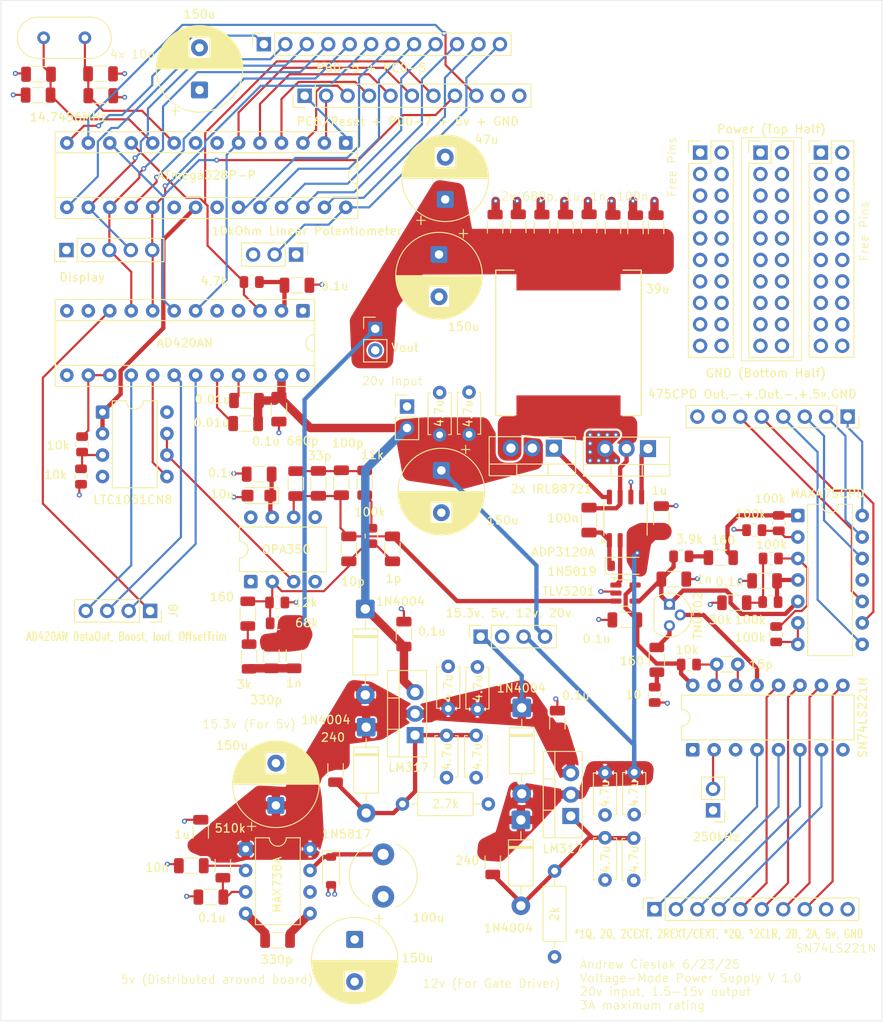
<source format=kicad_pcb>
(kicad_pcb (version 20241229) (generator "pcbnew") (generator_version "9.0")
  (layers (0 "F.Cu" signal) (4 "In1.Cu" signal) (6 "In2.Cu" signal) (2 "B.Cu" signal) (13 "F.Paste" user) (15 "B.Paste" user) (5 "F.SilkS" user "F.Silkscreen") (7 "B.SilkS" user "B.Silkscreen") (1 "F.Mask" user) (3 "B.Mask" user) (25 "Edge.Cuts" user))
  (net 0 "")
  (net 1 "Earth")
  (net 2 "Net-(Q1-D)")
  (net 3 "+5V")
  (net 4 "Net-(U11-CC)")
  (net 5 "Net-(U11-SS)")
  (net 6 "Net-(U11-REF)")
  (net 7 "Net-(D6-A)")
  (net 8 "+20V")
  (net 9 "Net-(D5-A)")
  (net 10 "Net-(D3-K)")
  (net 11 "Net-(U17-1CEXT)")
  (net 12 "Net-(U17-1REXT{slash}CEXT)")
  (net 13 "Net-(U4-OUTPUT)")
  (net 14 "Net-(Ccomp1-Pad2)")
  (net 15 "Net-(Cff1-Pad1)")
  (net 16 "Net-(U4-IN-)")
  (net 17 "Net-(D1-K)")
  (net 18 "Net-(U6-CAP1)")
  (net 19 "Net-(U6-CAP2)")
  (net 20 "Net-(J5-Pin_2)")
  (net 21 "Net-(Q1-G)")
  (net 22 "Net-(Q2-G)")
  (net 23 "Net-(U15-DRAIN)")
  (net 24 "Net-(R1-Pad1)")
  (net 25 "Net-(R3-Pad1)")
  (net 26 "Net-(R18-Pad2)")
  (net 27 "Net-(R20-Pad1)")
  (net 28 "Net-(R18-Pad1)")
  (net 29 "Net-(R20-Pad2)")
  (net 30 "Net-(R21-Pad1)")
  (net 31 "Net-(Rcomp1-Pad2)")
  (net 32 "Net-(Rff1-Pad2)")
  (net 34 "/VrefVM")
  (net 37 "Net-(U15-GATE)")
  (net 38 "Net-(U6-REF_IN)")
  (net 39 "Net-(U7-IN_A+)")
  (net 45 "Net-(J9-Pin_7)")
  (net 86 "Net-(J9-Pin_1)")
  (net 87 "Net-(J9-Pin_5)")
  (net 88 "Net-(J9-Pin_2)")
  (net 89 "Net-(J9-Pin_8)")
  (net 90 "Net-(J9-Pin_9)")
  (net 91 "Net-(J9-Pin_4)")
  (net 92 "Net-(J9-Pin_6)")
  (net 93 "Net-(J9-Pin_3)")
  (net 94 "Net-(J4-Pin_8)")
  (net 95 "Net-(J4-Pin_7)")
  (net 96 "Net-(J10-Pin_6)")
  (net 97 "Net-(J10-Pin_3)")
  (net 98 "Net-(J10-Pin_5)")
  (net 99 "Net-(J10-Pin_1)")
  (net 100 "Net-(J10-Pin_4)")
  (net 101 "Net-(J10-Pin_2)")
  (net 102 "Net-(J8-Pin_3)")
  (net 103 "Net-(J8-Pin_1)")
  (net 104 "Net-(J8-Pin_2)")
  (net 105 "Net-(J8-Pin_4)")
  (net 106 "/J6")
  (net 107 "/J1")
  (net 108 "/J10")
  (net 109 "/J4")
  (net 110 "/J9")
  (net 111 "Net-(U6-VOUT)")
  (net 112 "Net-(U5-AREF)")
  (net 113 "Net-(Vout1-Pin_1)")
  (net 114 "Net-(D2-A)")
  (net 115 "Net-(U5-XTAL1{slash}PB6)")
  (net 116 "/J12")
  (net 117 "/J11")
  (net 118 "/J5")
  (net 119 "/J3")
  (net 120 "/J2")
  (net 121 "Net-(J3-Pin_2)")
  (net 122 "Net-(J3-Pin_5)")
  (net 123 "Net-(J3-Pin_6)")
  (net 124 "Net-(J3-Pin_4)")
  (net 125 "Net-(J3-Pin_3)")
  (net 126 "Net-(J3-Pin_1)")
  (net 127 "Net-(J3-Pin_7)")
  (net 128 "Net-(J3-Pin_8)")
  (net 129 "Net-(U3-IN)")
  (net 130 "Net-(U5-XTAL2{slash}PB7)")
  (net 131 "Net-(U15-SOURCE)")
  (net 132 "Net-(D2-K)")
  (footprint "Capacitor_THT:C_Disc_D4.7mm_W2.5mm_P5.00mm" (layer "F.Cu") (at 180.9884 105.9688 -90)
    (property "Reference" "C13" (hide yes))
    (property "Value" "4.7u")
  )
  (footprint "Capacitor_SMD:C_1206_3216Metric" (layer "F.Cu") (at 181.1376 41.5211 90)
    (property "Reference" "Cout6" (hide yes))
    (property "Value" "0.1u" (hide yes))
  )
  (footprint "Capacitor_SMD:C_1206_3216Metric" (layer "F.Cu") (at 146.3294 71.7042 90)
    (property "Reference" "Ccomp1" (hide yes))
    (property "Value" "100p")
  )
  (footprint "Capacitor_SMD:C_1206_3216Metric" (layer "F.Cu") (at 185.674 83.1088 180)
    (property "Reference" "C24" (hide yes))
    (property "Value" "1n")
  )
  (footprint "Diode_THT:D_DO-41_SOD81_P10.16mm_Horizontal" (layer "F.Cu") (at 167.5772 111.6038 -90)
    (property "Reference" "D6" (hide yes))
    (property "Value" "1N4004")
  )
  (footprint "Capacitor_SMD:C_1206_3216Metric" (layer "F.Cu") (at 171.8952 100.1466 -90)
    (property "Reference" "C1" (hide yes))
    (property "Value" "0.1u")
  )
  (footprint "Resistor_SMD:R_0805_2012Metric" (layer "F.Cu") (at 187.452 93.218)
    (property "Reference" "R24" (hide yes))
    (property "Value" "10k")
  )
  (footprint "Connector_PinHeader_2.54mm:PinHeader_1x02_P2.54mm_Vertical" (layer "F.Cu") (at 154.1018 62.6872)
    (property "Reference" "J6" (hide yes))
    (property "Value" "Vin" (hide yes))
  )
  (footprint "Resistor_SMD:R_0805_2012Metric" (layer "F.Cu") (at 195.199 77.3176 180)
    (property "Reference" "R19" (hide yes))
    (property "Value" "100k")
  )
  (footprint "Resistor_SMD:R_1206_3216Metric" (layer "F.Cu") (at 191.2366 80.5688)
    (property "Reference" "R4" (hide yes))
    (property "Value" "160")
  )
  (footprint "Resistor_SMD:R_0805_2012Metric" (layer "F.Cu") (at 149.8854 78.0034 -90)
    (property "Reference" "Rcomp3" (hide yes))
    (property "Value" "100k")
  )
  (footprint "Capacitor_THT:CP_Radial_D10.0mm_P5.00mm" (layer "F.Cu") (at 158.1658 70.250923 -90)
    (property "Reference" "Cin3" (hide yes))
    (property "Value" "150u")
  )
  (footprint "Resistor_SMD:R_1206_3216Metric" (layer "F.Cu") (at 192.8368 85.9028)
    (property "Reference" "R6" (hide yes))
    (property "Value" "30k")
  )
  (footprint "Capacitor_SMD:C_1206_3216Metric" (layer "F.Cu") (at 138.782 125.8424)
    (property "Reference" "C4" (hide yes))
    (property "Value" "330p")
  )
  (footprint "Capacitor_SMD:C_1206_3216Metric" (layer "F.Cu") (at 141.0734 48.3362 180)
    (property "Reference" "C15" (hide yes))
    (property "Value" "0.1u")
  )
  (footprint "Package_SO:SO-8_3.9x4.9mm_P1.27mm" (layer "F.Cu") (at 179.959 75.9714 90)
    (property "Reference" "U3" (hide yes))
    (property "Value" "ADP3120A")
  )
  (footprint "Resistor_SMD:R_0805_2012Metric" (layer "F.Cu") (at 138.811 88.3412)
    (property "Reference" "R14" (hide yes))
    (property "Value" "68k")
  )
  (footprint "Connector_PinSocket_2.54mm:PinSocket_1x04_P2.54mm_Vertical" (layer "F.Cu") (at 123.698 86.868 -90)
    (property "Reference" "J8")
    (property "Value" "AD420AN DataOut, Boost, Iout, OffsetTrim")
  )
  (footprint "Inductor_SMD:L_Vishay_IHLP-6767" (layer "F.Cu") (at 173.2128 55.1573 90)
    (property "Reference" "Lmain1" (hide yes))
    (property "Value" "39u")
  )
  (footprint "Package_DIP:DIP-8_W7.62mm" (layer "F.Cu") (at 135.0042 115.0474)
    (property "Reference" "U11" (hide yes))
    (property "Value" "MAX738A")
  )
  (footprint "Package_TO_SOT_THT:TO-220-3_Vertical" (layer "F.Cu") (at 171.4754 67.6148 180)
    (property "Reference" "Q2" (hide yes))
    (property "Value" "2x IRLB8721")
  )
  (footprint "Resistor_SMD:R_0805_2012Metric" (layer "F.Cu") (at 115.5192 70.9695 90)
    (property "Reference" "Rdiv2" (hide yes))
    (property "Value" "10k")
  )
  (footprint "Resistor_SMD:R_0805_2012Metric" (layer "F.Cu") (at 138.7348 85.8774)
    (property "Reference" "R15" (hide yes))
    (property "Value" "12k")
  )
  (footprint "Connector_PinHeader_2.54mm:PinHeader_1x05_P2.54mm_Vertical" (layer "F.Cu") (at 113.792 44.1706 90)
    (property "Reference" "Display1" (hide yes))
    (property "Value" "Display")
  )
  (footprint "Connector_PinHeader_2.54mm:PinHeader_1x02_P2.54mm_Vertical" (layer "F.Cu") (at 150.3426 53.4924)
    (property "Reference" "Vout1" (hide yes))
    (property "Value" "Vout")
  )
  (footprint "Capacitor_SMD:C_1206_3216Metric" (layer "F.Cu") (at 130.8844 120.737)
    (property "Reference" "C8" (hide yes))
    (property "Value" "0.1u")
  )
  (footprint "Package_DIP:DIP-8_W7.62mm" (layer "F.Cu") (at 135.6106 83.4086 90)
    (property "Reference" "U4" (hide yes))
    (property "Value" "OPA350")
  )
  (footprint "Capacitor_THT:C_Disc_D4.7mm_W2.5mm_P5.00mm" (layer "F.Cu") (at 162.2806 101.6 -90)
    (property "Reference" "C20" (hide yes))
    (property "Value" "4.7u")
  )
  (footprint "Package_TO_SOT_THT:TO-92" (layer "F.Cu") (at 185.1616 86.0806 -90)
    (property "Reference" "U15" (hide yes))
    (property "Value" "TN0702")
  )
  (footprint "Connector_PinHeader_2.54mm:PinHeader_2x10_P2.54mm_Vertical" (layer "F.Cu") (at 203.073 32.639)
    (property "Reference" "J12" (hide yes))
    (property "Value" "Breadboard2" (hide yes))
  )
  (footprint "Resistor_SMD:R_0805_2012Metric" (layer "F.Cu") (at 186.563 80.4164 180)
    (property "Reference" "R3" (hide yes))
    (property "Value" "3.9k")
  )
  (footprint "Connector_PinHeader_2.54mm:PinHeader_1x02_P2.54mm_Vertical" (layer "F.Cu") (at 190.3222 110.4696 180)
    (property "Reference" "J5" (hide yes))
    (property "Value" "250kHz")
  )
  (footprint "Capacitor_SMD:C_1206_3216Metric" (layer "F.Cu") (at 183.576 41.5193 90)
    (property "Reference" "Cout5" (hide yes))
    (property "Value" "0.1u" (hide yes))
  )
  (footprint "Capacitor_SMD:C_1206_3216Metric" (layer "F.Cu") (at 167.2692 41.4177 90)
    (property "Reference" "Cout10" (hide yes))
    (property "Value" "680p" (hide yes))
  )
  (footprint "Capacitor_THT:C_Disc_D4.7mm_W2.5mm_P5.00mm" (layer "F.Cu") (at 162.433 98.4974 90)
    (property "Reference" "C25" (hide yes))
    (property "Value" "4.7u")
  )
  (footprint "Resistor_SMD:R_1206_3216Metric" (layer "F.Cu") (at 183.6674 92.6592 90)
    (property "Reference" "R1" (hide yes))
    (property "Value" "160")
  )
  (footprint "Connector_PinHeader_2.54mm:PinHeader_1x03_P2.54mm_Vertical" (layer "F.Cu") (at 140.97 44.704 -90)
    (property "Reference" "J1" (hide yes))
    (property "Value" "10kOhm Linear Potentiometer")
  )
  (footprint "Capacitor_SMD:C_1206_3216Metric" (layer "F.Cu") (at 143.6116 71.7804 90)
    (property "Reference" "Ccomp2" (hide yes))
    (property "Value" "33p")
  )
  (footprint "Resistor_SMD:R_1206_3216Metric" (layer "F.Cu") (at 135.4074 92.2657 -90)
    (property "Reference" "Rff2" (hide yes))
    (property "Value" "3k")
  )
  (footprint "Capacitor_SMD:C_1206_3216Metric" (layer "F.Cu") (at 184.2008 75.946 90)
    (property "Reference" "C10" (hide yes))
    (property "Value" "1u")
  )
  (footprint "Capacitor_SMD:C_1206_3216Metric" (layer "F.Cu") (at 135.001 64.6938)
    (property "Reference" "Cadnpo1" (hide yes))
    (property "Value" "0.01u")
  )
  (footprint "Capacitor_Tantalum_SMD:CP_EIA-3216-10_Kemet-I" (layer "F.Cu") (at 136.5758 73.2282 180)
    (property "Reference" "C23" (hide yes))
    (property "Value" "10u")
  )
  (footprint "Package_TO_SOT_THT:TO-220-3_Vertical" (layer "F.Cu") (at 182.626 67.6656 180)
    (property "Reference" "Q1" (hide yes))
    (property "Value" "IRLB8721PBF" (hide yes))
  )
  (footprint "Diode_THT:D_DO-41_SOD81_P10.16mm_Horizontal" (layer "F.Cu") (at 167.6788 98.345 -90)
    (property "Reference" "D2" (hide yes))
    (property "Value" "1N4004" (hide yes))
  )
  (footprint "Diode_SMD:D_SOD-123" (layer "F.Cu") (at 145.1084 117.6382 -90)
    (property "Reference" "D1" (hide yes))
    (property "Value" "1N5817")
  )
  (footprint "Capacitor_SMD:C_1206_3216Metric" (layer "F.Cu") (at 138.938 62.992 90)
    (property "Reference" "C17" (hide yes))
    (property "Value" "0.1u")
  )
  (footprint "Capacitor_THT:CP_Radial_D10.0mm_P5.00mm" (layer "F.Cu") (at 158.623 38.1762 90)
    (property "Reference" "Cout2" (hide yes))
    (property "Value" "47u")
  )
  (footprint "Connector_PinSocket_2.54mm:PinSocket_1x10_P2.54mm_Vertical" (layer "F.Cu") (at 183.388 122.174 90)
    (property "Reference" "J3" (hide yes))
    (property "Value" "*1Q, 2Q, 2CEXT, 2REXT/CEXT, *2Q, *2CLR, 2B, 2A, 5v, GND")
  )
  (footprint "Capacitor_SMD:C_1206_3216Metric" (layer "F.Cu") (at 178.4706 41.4921 90)
    (property "Reference" "Cout7" (hide yes))
    (property "Value" "1n" (hide yes))
  )
  (footprint "Capacitor_SMD:C_1206_3216Metric" (layer "F.Cu") (at 138.049 92.1913 90)
    (property "Reference" "Cff2" (hide yes))
    (property "Value" "330p")
  )
  (footprint "Crystal:Crystal_HC49-U_Vertical" (layer "F.Cu") (at 111.098 19.05)
    (property "Reference" "Y1" (hide yes))
    (property "Value" "14.7456MHz")
  )
  (footprint "Diode_THT:D_DO-41_SOD81_P10.16mm_Horizontal" (layer "F.Cu") (at 149.1622 86.6464 -90)
    (property "Reference" "D4" (hide yes))
    (property "Value" "1N4004")
  )
  (footprint "Inductor_THT:L_Radial_D7.8mm_P5.00mm_Fastron_07HCP" (layer "F.Cu") (at 151.2806 115.6824 -90)
    (property "Reference" "L1" (hide yes))
    (property "Value" "100u")
  )
  (footprint "Resistor_SMD:R_1206_3216Metric" (layer "F.Cu") (at 135.255 87.1982 -90)
    (property "Reference" "Rff1" (hide yes))
    (property "Value" "160")
  )
  (footprint "Resistor_SMD:R_0805_2012Metric" (layer "F.Cu") (at 197.104 85.8266)
    (property "Reference" "R5" (hide yes))
    (property "Value" "100k")
  )
  (footprint "Capacitor_THT:C_Disc_D4.7mm_W2.5mm_P5.00mm" (layer "F.Cu") (at 158.9786 98.432 90)
    (property "Reference" "C21" (hide yes))
    (property "Value" "4.7u")
  )
  (footprint "Capacitor_THT:CP_Radial_D10.0mm_P5.00mm" (layer "F.Cu") (at 147.9024 125.746123 -90)
    (property "Reference" "C6" (hide yes))
    (property "Value" "150u")
  )
  (footprint "Diode_THT:D_DO-41_SOD81_P10.16mm_Horizontal" (layer "F.Cu") (at 149.2638 100.631 -90)
    (property "Reference" "D5" (hide yes))
    (property "Value" "1N4004")
  )
  (footprint "Connector_PinHeader_2.54mm:PinHeader_1x11_P2.54mm_Vertical" (layer "F.Cu") (at 141.986 25.908 90)
    (property "Reference" "J9" (hide yes))
    (property "Value" "PC6/Reset + PD0-7 + 5v + GND")
  )
  (footprint "Capacitor_SMD:C_1206_3216Metric" (layer "F.Cu") (at 170.0632 41.4431 90)
    (property "Reference" "Cout3" (hide yes))
    (property "Value" "1u" (hide yes))
  )
  (footprint "Capacitor_SMD:C_1206_3216Metric" (layer "F.Cu") (at 175.641 76.1238 -90)
    (property "Reference" "C19" (hide yes))
    (property "Value" "100n")
  )
  (footprint "Capacitor_SMD:C_1206_3216Metric" (layer "F.Cu") (at 135.1026 61.976)
    (property "Reference" "Cadnpo2" (hide yes))
    (property "Value" "0.01u")
  )
  (footprint "Package_DIP:DIP-14_W7.62mm" (layer "F.Cu") (at 200.3552 75.5904)
    (property "Reference" "U14" (hide yes))
    (property "Value" "MAX475CPD")
  )
  (footprint "Capacitor_SMD:C_1206_3216Metric" (layer "F.Cu") (at 196.4182 83.312 180)
    (property "Reference" "C3" (hide yes))
    (property "Value" "0.1u")
  )
  (footprint "Capacitor_SMD:C_1206_3216Metric" (layer "F.Cu") (at 175.6512 41.4159 90)
    (property "Reference" "Cout8" (hide yes))
    (property "Value" "1n" (hide yes))
  )
  (footprint "Capacitor_SMD:C_1206_3216Metric" (layer "F.Cu") (at 136.6012 70.6882 180)
    (property "Reference" "C22" (hide yes))
    (property "Value" "0.1u")
  )
  (footprint "Package_DIP:DIP-24_W7.62mm_Socket" (layer "F.Cu") (at 141.7828 51.3588 -90)
    (property "Reference" "U6" (hide yes))
    (property "Value" "AD420AN")
  )
  (footprint "Package_TO_SOT_THT:TO-220-3_Vertical" (layer "F.Cu") (at 173.4802 111.1466 90)
    (property "Reference" "U2" (hide yes))
    (property "Value" "LM317")
  )
  (footprint "Capacitor_SMD:C_1206_3216Metric" (layer "F.Cu") (at 129.6906 113.0644 -90)
    (property "Reference" "C5" (hide yes))
    (property "Value" "1u")
  )
  (footprint "Resistor_SMD:R_1206_3216Metric" (layer "F.Cu") (at 149.0961 71.7042 -90)
    (property "Reference" "Rcomp1" (hide yes))
    (property "Value" "11k")
  )
  (footprint "Capacitor_SMD:C_1206_3216Metric" (layer "F.Cu") (at 110.49 23.368 180)
    (property "Reference" "Cxtal1" (hide yes))
    (property "Value" "10p" (hide yes))
  )
  (footprint "Package_DIP:DIP-16_W7.62mm" (layer "F.Cu") (at 187.9092 103.2968 90)
    (property "Reference" "U17" (hide yes))
    (property "Value" "SN74LS221N")
  )
  (footprint "Package_TO_SOT_SMD:SOT-23-5" (layer "F.Cu") (at 179.959 84.7598)
    (property "Reference" "VM1" (hide yes))
    (property "Value" "TLV3201")
  )
  (footprint "Resistor_SMD:R_0805_2012Metric" (layer "F.Cu") (at 183.4134 96.7994 90)
    (property "Reference" "R2" (hide yes))
    (property "Value" "10")
  )
  (footprint "Resistor_THT:R_Axial_DIN0207_L6.3mm_D2.5mm_P10.16mm_Horizontal" (layer "F.Cu") (at 153.5666 109.7242)
    (property "Reference" "R8" (hide yes))
    (property "Value" "2.7k")
  )
  (footprint "Capacitor_SMD:C_1206_3216Metric" (layer "F.Cu") (at 179.8828 87.9348 180)
    (property "Reference" "Cbypass2" (hide yes))
    (property "Value" "0.1u")
  )
  (footprint "Capacitor_SMD:C_1206_3216Metric" (layer "F.Cu") (at 172.8572 41.4413 90)
    (property "Reference" "Cout4" (hide yes))
    (property "Value" "1u" (hide yes))
  )
  (footprint "Capacitor_THT:C_Disc_D4.7mm_W2.5mm_P5.00mm" (layer "F.Cu") (at 180.9376 113.7628 -90)
    (property "Reference" "C2" (hide yes))
    (property "Value" "4.7u")
  )
  (footprint "Capacitor_SMD:C_1206_3216Metric" (layer "F.Cu") (at 140.7097 92.1913 90)
    (property "Reference" "Cff1" (hide yes))
    (property "Value" "1n")
  )
  (footprint "Capacitor_SMD:C_1206_3216Metric" (layer "F.Cu") (at 147.2165 79.5274 -90)
    (property "Reference" "Chf1" (hide yes))
    (property "Value" "10p")
  )
  (footprint "Capacitor_THT:CP_Radial_D10.0mm_P5.00mm" (layer "F.Cu") (at 138.5806 109.8874 90)
    (property "Reference" "C7" (hide yes))
    (property "Value" "150u")
  )
  (footprint "Package_TO_SOT_THT:TO-220-3_Vertical" (layer "F.Cu") (at 155.055 101.5708 90)
    (property "Reference" "U1" (hide yes))
    (property "Value" "LM317")
  )
  (footprint "Resistor_SMD:R_0805_2012Metric" (layer "F.Cu") (at 197.1529 80.6704)
    (property "Reference" "R20" (hide yes))
    (property "Value" "100k")
  )
  (footprint "Connector_PinSocket_2.54mm:PinSocket_1x08_P2.54mm_Vertical" (layer "F.Cu") (at 206.248 63.881 -90)
    (property "Reference" "J10" (hide yes))
    (property "Value" "475CPD Out,-,+,Out,-,+,5v,GND")
  )
  (footprint "Resistor_SMD:R_0805_2012Metric" (layer "F.Cu") (at 198.0946 76.4794 90)
    (property "Reference" "R18" (hide yes))
    (property "Value" "100k")
  )
  (footprint "Connector_PinSocket_2.54mm:PinSocket_1x04_P2.54mm_Vertical" (layer "F.Cu") (at 162.814 89.916 90)
    (property "Reference" "J2" (hide yes))
    (property "Value" "15.3v, 5v, 12v, 20v")
  )
  (footprint "Resistor_SMD:R_0805_2012Metric" (layer "F.Cu") (at 197.7898 89.6347 90)
    (property "Reference" "R21" (hide yes))
    (property "Value" "100k")
  )
  (footprint "Capacitor_SMD:C_1206_3216Metric" (layer "F.Cu") (at 140.9446 71.8058 90)
    (property "Reference" "Ccomp4" (hide yes))
    (property "Value" "680p")
  )
  (footprint "Capacitor_THT:C_Disc_D4.7mm_W2.5mm_P5.00mm" (layer "F.Cu") (at 161.4424 65.9854 90)
    (property "Reference" "Cin1" (hide yes))
    (property "Value" "4.7u")
  )
  (footprint "Connector_PinHeader_2.54mm:PinHeader_2x10_P2.54mm_Vertical" (layer "F.Cu") (at 195.933 32.639)
    (property "Reference" "J11" (hide yes))
    (property "Value" "Power (Top Half)")
  )
  (footprint "Resistor_SMD:R_0805_2012Metric" (layer "F.Cu") (at 135.7122 47.9552 180)
    (property "Reference" "RpullupU6" (hide yes))
    (property "Value" "4.7k")
  )
  (footprint "Capacitor_THT:C_Disc_D4.7mm_W2.5mm_P5.00mm" (layer "F.Cu") (at 177.534 106.0196 -90)
    (property "Reference" "C12" (hide yes))
    (property "Value" "4.7u")
  )
  (footprint "Capacitor_SMD:C_1206_3216Metric" (layer "F.Cu") (at 117.856 25.908)
    (property "Reference" "Cxtal3" (hide yes))
    (property "Value" "10p" (hide yes))
  )
  (footprint "Package_DIP:DIP-28_W7.62mm_Socket" (layer "F.Cu") (at 146.8628 31.496 -90)
    (property "Reference" "U5" (hide yes))
    (property "Value" "ATmega328P-P")
  )
  (footprint "Capacitor_THT:C_Disc_D4.7mm_W2.5mm_P5.00mm" (layer "F.Cu") (at 158.7754 101.6 -90)
    (property "Reference" "C18" (hide yes))
    (property "Value" "4.7u")
  )
  (footprint "Resistor_SMD:R_1206_3216Metric" (layer "F.Cu") (at 164.2498 116.5929 -90)
    (property "Reference" "R10" (hide yes))
    (property "Value" "240")
  )
  (footprint "Capacitor_SMD:C_1206_3216Metric" (layer "F.Cu") (at 164.526 41.4431 90)
    (property "Reference" "Cout9" (hide yes))
    (property "Value" "680p" (hide yes))
  )
  (footprint "Capacitor_SMD:C_1206_3216Metric" (layer "F.Cu") (at 152.3746 79.5274 -90)
    (property "Reference" "Chf4" (hide yes))
    (property "Value" "1p")
  )
  (footprint "Connector_PinSocket_2.54mm:PinSocket_1x12_P2.54mm_Vertical" (layer "F.Cu") (at 137.16 19.812 90)
    (property "Reference" "J4" (hide yes))
    (property "Value" "PB0-5 + PC0-5")
  )
  (footprint "Capacitor_SMD:C_1206_3216Metric" (layer "F.Cu") (at 117.8288 23.3172)
    (property "Reference" "Cxtal2" (hide yes))
    (property "Value" "10p" (hide yes))
  )
  (footprint "Diode_SMD:D_SOD-123" (layer "F.Cu") (at 179.9082 81.534)
    (property "Reference" "D3" (hide yes))
    (property "Value" "1N5819")
  )
  (footprint "Connector_PinHeader_2.54mm:PinHeader_2x10_P2.54mm_Vertical" (layer "F.Cu") (at 188.793 32.639)
    (property "Reference" "J7" (hide yes))
    (property "Value" "Breadboard" (hide yes))
  )
  (footprint "Resistor_SMD:R_1206_3216Metric" (layer "F.Cu") (at 132.3068 116.9885 -90)
    (property "Reference" "R16" (hide yes))
    (property "Value" "510k")
  )
  (footprint "Capacitor_SMD:C_1206_3216Metric" (layer "F.Cu") (at 110.4392 25.8318 180)
    (property "Reference" "Cxtal4" (hide yes))
    (property "Value" "10p" (hide yes))
  )
  (footprint "Capacitor_THT:C_Disc_D3.0mm_W1.6mm_P2.50mm" (layer "F.Cu") (at 193.2486 93.1926 180)
    (property "Reference" "C26" (hide yes))
    (property "Value" "15p")
  )
  (footprint "Package_DIP:DIP-8_W7.62mm" (layer "F.Cu") (at 118.0642 63.3476)
    (property "Reference" "U7" (hide yes))
    (property "Value" "LTC1051CN8")
  )
  (footprint "Capacitor_THT:CP_Radial_D10.0mm_P5.00mm" (layer "F.Cu") (at 129.54 25.227677 90)
    (property "Reference" "C14" (hide yes))
    (property "Value" "150u")
  )
  (footprint "Resistor_SMD:R_0805_2012Metric" (layer "F.Cu") (at 115.6462 67.1576 90)
    (property "Reference" "Rdiv1" (hide yes))
    (property "Value" "10k")
  )
  (footprint "Resistor_THT:R_Axial_DIN0207_L6.3mm_D2.5mm_P10.16mm_Horizontal" (layer "F.Cu") (at 171.565 117.649 -90)
    (property "Reference" "R9" (hide yes))
    (property "Value" "2k")
  )
  (footprint "Capacitor_SMD:C_1206_3216Metric" (layer "F.Cu") (at 128.5712 117.0286)
    (property "Reference" "C9" (hide yes))
    (property "Value" "10n")
  )
  (footprint "Capacitor_THT:CP_Radial_D10.0mm_P5.00mm" (layer "F.Cu") (at 157.8864 44.698523 -90)
    (property "Reference" "Cout1" (hide yes))
    (property "Value" "150u")
  )
  (footprint "Capacitor_SMD:C_1206_3216Metric" (layer "F.Cu") (at 153.7342 89.6164 -90)
    (property "Reference" "C16" (hide yes))
    (property "Value" "0.1u")
  )
  (footprint "Resistor_SMD:R_1206_3216Metric" (layer "F.Cu") (at 145.6418 105.6749 -90)
    (property "Reference" "R7" (hide yes))
    (property "Value" "240")
  )
  (footprint "Capacitor_THT:C_Disc_D4.7mm_W2.5mm_P5.00mm" (layer "F.Cu") (at 157.9626 66.0362 90)
    (property "Reference" "Cin2" (hide yes))
    (property "Value" "4.7u")
  )
  (footprint "Capacitor_THT:C_Disc_D4.7mm_W2.5mm_P5.00mm" (layer "F.Cu") (at 177.534 113.712 -90)
    (property "Reference" "C11" (hide yes))
    (property "Value" "4.7u")
  )
  (gr_line (start 193.675 57.277) (end 200.787 57.277) (stroke (width 0.1)) (layer "F.SilkS"))
  (gr_line (start 193.675 30.861) (end 193.675 44.069) (stroke (width 0.1)) (layer "F.SilkS"))
  (gr_line (start 193.675 44.069) (end 193.675 57.023) (stroke (width 0.1)) (layer "F.SilkS"))
  (gr_line (start 200.787 30.861) (end 193.675 30.861) (stroke (width 0.1)) (layer "F.SilkS"))
  (gr_line (start 193.675 57.023) (end 193.675 57.277) (stroke (width 0.1)) (layer "F.SilkS"))
  (gr_line (start 200.787 44.069) (end 200.787 30.861) (stroke (width 0.1)) (layer "F.SilkS"))
  (gr_line (start 200.787 57.277) (end 200.787 44.069) (stroke (width 0.1)) (layer "F.SilkS"))
  (gr_rect (start 106.045 14.605) (end 210.312 135.382) (stroke (width 0.05)) (fill no) (layer "Edge.Cuts"))
  (gr_text "20v Input" (at 148.6916 60.2488 0) (layer "F.SilkS") (effects (font (size 1 1) (thickness 0.1)) (justify left bottom)))
  (gr_text "Free Pins" (at 186.055 37.973 90) (layer "F.SilkS") (effects (font (size 1 1) (thickness 0.1)) (justify left bottom)))
  (gr_text "SN74LS221N" (at 200.025 127.381 0) (layer "F.SilkS") (effects (font (size 1 1) (thickness 0.1)) (justify left bottom)))
  (gr_text "5v (Distributed around board)\n" (at 120.142 131.064 0) (layer "F.SilkS") (effects (font (size 1 1) (thickness 0.1)) (justify left bottom)))
  (gr_text "2x 680p, 1u, 1n, 100n" (at 165.1356 38.3987 0) (layer "F.SilkS") (effects (font (size 1 1) (thickness 0.1)) (justify left bottom)))
  (gr_text "15.3v (For 5v)" (at 129.8194 100.8634 0) (layer "F.SilkS") (effects (font (size 1 1) (thickness 0.1)) (justify left bottom)))
  (gr_text "GND (Bottom Half)" (at 189.357 59.309 0) (layer "F.SilkS") (effects (font (size 1 1)) (justify left bottom)))
  (gr_text "Free Pins" (at 208.788 45.593 90) (layer "F.SilkS") (effects (font (size 1 1) (thickness 0.1)) (justify left bottom)))
  (gr_text "12v (For Gate Driver)" (at 155.8678 131.5428 0) (layer "F.SilkS") (effects (font (size 1 1) (thickness 0.1)) (justify left bottom)))
  (gr_text "4x 10p\n" (at 118.872 21.59 0) (layer "F.SilkS") (effects (font (size 1 1) (thickness 0.1)) (justify left bottom)))
  (gr_text "Andrew Cieslak 6/23/25 \nVoltage-Mode Power Supply V 1.0\n20v input, 1.5-15v output\n3A maximum rating" (at 174.498 134.112 0) (layer "F.SilkS") (effects (font (size 1 1) (thickness 0.1)) (justify left bottom)))
  (segment (start 178.308 39.8545) (end 178.4706 40.0171) (width 1) (layer "F.Cu") (net 1))
  (segment (start 129.6906 111.5894) (end 127.9326 111.5894) (width 0.254) (layer "F.Cu") (net 1))
  (segment (start 190.1952 85.9028) (end 189.992 86.106) (width 0.254) (layer "F.Cu") (net 1))
  (segment (start 169.926 38.354) (end 169.926 39.8309) (width 1) (layer "F.Cu") (net 1))
  (segment (start 171.8952 97.4732) (end 171.704 97.282) (width 0.254) (layer "F.Cu") (net 1))
  (segment (start 144.018 48.26) (end 142.6246 48.26) (width 0.254) (layer "F.Cu") (net 1))
  (segment (start 176.8348 87.9348) (end 176.784 87.884) (width 0.254) (layer "F.Cu") (net 1))
  (segment (start 153.7342 88.1414) (end 153.7342 86.9322) (width 0.254) (layer "F.Cu") (net 1))
  (segment (start 164.592 38.354) (end 164.592 39.9021) (width 1) (layer "F.Cu") (net 1))
  (segment (start 185.879 74.471) (end 185.928 74.422) (width 0.254) (layer "F.Cu") (net 1))
  (segment (start 177.038 69.088) (end 177.038 66.802) (width 1) (layer "F.Cu") (net 1))
  (segment (start 145.542 119.7218) (end 145.1084 119.2882) (width 0.254) (layer "F.Cu") (net 1))
  (segment (start 175.9204 66.04) (end 177.546 67.6656) (width 1) (layer "F.Cu") (net 1))
  (segment (start 145.542 120.396) (end 145.542 119.7218) (width 0.254) (layer "F.Cu") (net 1))
  (segment (start 188.4172 83.1088) (end 188.468 83.058) (width 0.254) (layer "F.Cu") (net 1))
  (segment (start 172.72 39.8291) (end 172.8572 39.9663) (width 1) (layer "F.Cu") (net 1))
  (segment (start 177.546 67.6656) (end 177.4444 67.564) (width 1) (layer "F.Cu") (net 1))
  (segment (start 120.6736 23.2918) (end 119.3292 23.2918) (width 0.254) (layer "F.Cu") (net 1))
  (segment (start 133.604 73.406) (end 135.0455 73.406) (width 0.254) (layer "F.Cu") (net 1))
  (segment (start 175.514 39.8037) (end 175.6512 39.9409) (width 1) (layer "F.Cu") (net 1))
  (segment (start 194.2865 77.3176) (end 192.8876 77.3176) (width 0.254) (layer "F.Cu") (net 1))
  (segment (start 119.5088 26.0858) (end 119.331 25.908) (width 0.254) (layer "F.Cu") (net 1))
  (segment (start 127.9326 111.5894) (end 127.762 111.76) (width 0.254) (layer "F.Cu") (net 1))
  (segment (start 115.316 72.0852) (end 115.5192 71.882) (width 0.254) (layer "F.Cu") (net 1))
  (segment (start 177.038 84.582) (end 178.6437 84.582) (width 0.254) (layer "F.Cu") (net 1))
  (segment (start 153.7342 86.9322) (end 153.416 86.614) (width 0.254) (layer "F.Cu") (net 1))
  (segment (start 115.316 73.152) (end 115.316 72.0852) (width 0.254) (layer "F.Cu") (net 1))
  (segment (start 178.6437 84.582) (end 178.8215 84.7598) (width 0.254) (layer "F.Cu") (net 1))
  (segment (start 178.816 68.9356) (end 177.546 67.6656) (width 1) (layer "F.Cu") (net 1))
  (segment (start 175.514 38.354) (end 175.514 39.8037) (width 1) (layer "F.Cu") (net 1))
  (segment (start 175.768 66.04) (end 175.768 69.088) (width 1) (layer "F.Cu") (net 1))
  (segment (start 178.816 69.088) (end 178.816 68.9356) (width 1) (layer "F.Cu") (net 1))
  (segment (start 191.3743 85.9028) (end 190.1952 85.9028) (width 0.254) (layer "F.Cu") (net 1))
  (segment (start 108.9388 25.8064) (end 108.9642 25.8318) (width 0.254) (layer "F.Cu") (net 1))
  (segment (start 183.4134 97.7119) (end 184.8339 97.7119) (width 0.254) (layer "F.Cu") (net 1))
  (segment (start 193.548 83.312) (end 194.9432 83.312) (width 0.254) (layer "F.Cu") (net 1))
  (segment (start 175.768 67.056) (end 176.784 66.04) (width 1) (layer "F.Cu") (net 1))
  (segment (start 177.4444 67.564) (end 175.768 67.564) (width 1) (layer "F.Cu") (net 1))
  (segment (start 172.72 38.354) (end 172.72 39.8291) (width 1) (layer "F.Cu") (net 1))
  (segment (start 175.768 66.04) (end 175.9204 66.04) (width 1) (layer "F.Cu") (net 1))
  (segment (start 175.768 69.088) (end 177.038 69.088) (width 1) (layer "F.Cu") (net 1))
  (segment (start 184.8339 97.7119) (end 184.912 97.79) (width 0.254) (layer "F.Cu") (net 1))
  (segment (start 120.6736 26.0858) (end 119.5088 26.0858) (width 0.254) (layer "F.Cu") (net 1))
  (segment (start 187.149 83.1088) (end 188.4172 83.1088) (width 0.254) (layer "F.Cu") (net 1))
  (segment (start 180.848 38.354) (end 180.848 39.7565) (width 1) (layer "F.Cu") (net 1))
  (segment (start 183.388 39.8563) (end 183.576 40.0443) (width 1) (layer "F.Cu") (net 1))
  (segment (start 139.6727 85.852) (end 139.6473 85.8774) (width 0.254) (layer "F.Cu") (net 1))
  (segment (start 180.848 39.7565) (end 181.1376 40.0461) (width 1) (layer "F.Cu") (net 1))
  (segment (start 184.2008 74.471) (end 185.879 74.471) (width 0.254) (layer "F.Cu") (net 1))
  (segment (start 108.9134 23.2664) (end 109.015 23.368) (width 0.254) (layer "F.Cu") (net 1))
  (segment (start 178.816 66.04) (end 175.768 66.04) (width 1) (layer "F.Cu") (net 1))
  (segment (start 164.592 39.9021) (end 164.526 39.9681) (width 1) (layer "F.Cu") (net 1))
  (segment (start 176.784 66.04) (end 176.784 69.088) (width 1) (layer "F.Cu") (net 1))
  (segment (start 178.4078 87.9348) (end 176.8348 87.9348) (width 0.254) (layer "F.Cu") (net 1))
  (segment (start 175.768 67.564) (end 175.768 67.056) (width 1) (layer "F.Cu") (net 1))
  (segment (start 144.78 119.6166) (end 145.1084 119.2882) (width 0.254) (layer "F.Cu") (net 1))
  (segment (start 138.938 65.786) (end 138.938 64.467) (width 0.254) (layer "F.Cu") (net 1))
  (segment (start 125.73 116.84) (end 126.9076 116.84) (width 0.254) (layer "F.Cu") (net 1))
  (segment (start 144.78 120.396) (end 144.78 119.6166) (width 0.254) (layer "F.Cu") (net 1))
  (segment (start 175.768 69.088) (end 178.816 66.04) (width 1) (layer "F.Cu") (net 1))
  (segment (start 119.3292 23.2918) (end 119.3038 23.3172) (width 0.254) (layer "F.Cu") (net 1))
  (segment (start 178.308 38.354) (end 178.308 39.8545) (width 1) (layer "F.Cu") (net 1))
  (segment (start 177.038 66.802) (end 177.8 66.04) (width 1) (layer "F.Cu") (net 1))
  (segment (start 171.8952 98.6716) (end 171.8952 97.4732) (width 0.254) (layer "F.Cu") (net 1))
  (segment (start 126.9076 116.84) (end 127.0962 117.0286) (width 0.254) (layer "F.Cu") (net 1))
  (segment (start 192.8876 77.3176) (end 192.786 77.216) (width 0.254) (layer "F.Cu") (net 1))
  (segment (start 140.97 85.852) (end 139.6727 85.852) (width 0.254) (layer "F.Cu") (net 1))
  (segment (start 107.7486 23.2664) (end 108.9134 23.2664) (width 0.254) (layer "F.Cu") (net 1))
  (segment (start 135.0455 73.406) (end 135.2233 73.2282) (width 0.254) (layer "F.Cu") (net 1))
  (segment (start 169.926 39.8309) (end 170.0632 39.9681) (width 1) (layer "F.Cu") (net 1))
  (segment (start 129.3224 120.65) (end 129.4094 120.737) (width 0.254) (layer "F.Cu") (net 1))
  (segment (start 180.594 73.3964) (end 180.594 71.628) (width 0.254) (layer "F.Cu") (net 1))
  (segment (start 133.604 70.612) (end 135.05 70.612) (width 0.254) (layer "F.Cu") (net 1))
  (segment (start 167.132 39.8055) (end 167.2692 39.9427) (width 1) (layer "F.Cu") (net 1))
  (segment (start 167.132 38.354) (end 167.132 39.8055) (width 1) (layer "F.Cu") (net 1))
  (segment (start 107.4946 25.8064) (end 108.9388 25.8064) (width 0.254) (layer "F.Cu") (net 1))
  (segment (start 135.05 70.612) (end 135.1262 70.6882) (width 0.254) (layer "F.Cu") (net 1))
  (segment (start 128.016 120.65) (end 129.3224 120.65) (width 0.254) (layer "F.Cu") (net 1))
  (segment (start 175.768 68.072) (end 175.768 67.564) (width 1) (layer "F.Cu") (net 1))
  (segment (start 142.6246 48.26) (end 142.5484 48.3362) (width 0.254) (layer "F.Cu") (net 1))
  (segment (start 177.038 69.088) (end 178.816 69.088) (width 1) (layer "F.Cu") (net 1))
  (segment (start 183.388 38.354) (end 183.388 39.8563) (width 1) (layer "F.Cu") (net 1))
  (via (at 115.316 73.152) (size 0.6) (drill 0.3) (layers "F.Cu" "B.Cu") (net 1))
  (via (at 180.848 38.354) (size 0.6) (drill 0.3) (layers "F.Cu" "B.Cu") (net 1))
  (via (at 176.784 87.884) (size 0.6) (drill 0.3) (layers "F.Cu" "B.Cu") (net 1))
  (via (at 133.604 73.406) (size 0.6) (drill 0.3) (layers "F.Cu" "B.Cu") (net 1))
  (via (at 120.6736 23.2918) (size 0.6) (drill 0.3) (layers "F.Cu" "B.Cu") (net 1))
  (via (at 144.018 48.26) (size 0.6) (drill 0.3) (layers "F.Cu" "B.Cu") (net 1))
  (via (at 177.8 66.04) (size 0.6) (drill 0.3) (layers "F.Cu" "B.Cu") (net 1))
  (via (at 125.73 116.84) (size 0.6) (drill 0.3) (layers "F.Cu" "B.Cu") (net 1))
  (via (at 178.816 69.088) (size 0.6) (drill 0.3) (layers "F.Cu" "B.Cu") (net 1))
  (via (at 127.762 111.76) (size 0.6) (drill 0.3) (layers "F.Cu" "B.Cu") (net 1))
  (via (at 177.8 69.088) (size 0.6) (drill 0.3) (layers "F.Cu" "B.Cu") (net 1))
  (via (at 178.308 38.354) (size 0.6) (drill 0.3) (layers "F.Cu" "B.Cu") (net 1))
  (via (at 188.468 83.058) (size 0.6) (drill 0.3) (layers "F.Cu" "B.Cu") (net 1))
  (via (at 175.768 68.072) (size 0.6) (drill 0.3) (layers "F.Cu" "B.Cu") (net 1))
  (via (at 175.768 66.04) (size 0.6) (drill 0.3) (layers "F.Cu" "B.Cu") (net 1))
  (via (at 138.938 65.786) (size 0.6) (drill 0.3) (layers "F.Cu" "B.Cu") (net 1))
  (via (at 128.016 120.65) (size 0.6) (drill 0.3) (layers "F.Cu" "B.Cu") (net 1))
  (via (at 169.926 38.354) (size 0.6) (drill 0.3) (layers "F.Cu" "B.Cu") (net 1))
  (via (at 192.786 77.216) (size 0.6) (drill 0.3) (layers "F.Cu" "B.Cu") (net 1))
  (via (at 153.416 86.614) (size 0.6) (drill 0.3) (layers "F.Cu" "B.Cu") (net 1))
  (via (at 175.514 38.354) (size 0.6) (drill 0.3) (layers "F.Cu" "B.Cu") (net 1))
  (via (at 185.928 74.422) (size 0.6) (drill 0.3) (layers "F.Cu" "B.Cu") (net 1))
  (via (at 176.784 69.088) (size 0.6) (drill 0.3) (layers "F.Cu" "B.Cu") (net 1))
  (via (at 107.4946 25.8064) (size 0.6) (drill 0.3) (layers "F.Cu" "B.Cu") (net 1))
  (via (at 120.6736 26.0858) (size 0.6) (drill 0.3) (layers "F.Cu" "B.Cu") (net 1))
  (via (at 133.604 70.612) (size 0.6) (drill 0.3) (layers "F.Cu" "B.Cu") (net 1))
  (via (at 175.768 69.088) (size 0.6) (drill 0.3) (layers "F.Cu" "B.Cu") (net 1))
  (via (at 193.548 83.312) (size 0.6) (drill 0.3) (layers "F.Cu" "B.Cu") (net 1))
  (via (at 180.594 71.628) (size 0.6) (drill 0.3) (layers "F.Cu" "B.Cu") (net 1))
  (via (at 183.388 38.354) (size 0.6) (drill 0.3) (layers "F.Cu" "B.Cu") (net 1))
  (via (at 145.542 120.396) (size 0.6) (drill 0.3) (layers "F.Cu" "B.Cu") (net 1))
  (via (at 140.97 85.852) (size 0.6) (drill 0.3) (layers "F.Cu" "B.Cu") (net 1))
  (via (at 178.816 66.04) (size 0.6) (drill 0.3) (layers "F.Cu" "B.Cu") (net 1))
  (via (at 167.132 38.354) (size 0.6) (drill 0.3) (layers "F.Cu" "B.Cu") (net 1))
  (via (at 164.592 38.354) (size 0.6) (drill 0.3) (layers "F.Cu" "B.Cu") (net 1))
  (via (at 144.78 120.396) (size 0.6) (drill 0.3) (layers "F.Cu" "B.Cu") (net 1))
  (via (at 172.72 38.354) (size 0.6) (drill 0.3) (layers "F.Cu" "B.Cu") (net 1))
  (via (at 184.912 97.79) (size 0.6) (drill 0.3) (layers "F.Cu" "B.Cu") (net 1))
  (via (at 107.7486 23.2664) (size 0.6) (drill 0.3) (layers "F.Cu" "B.Cu") (net 1))
  (via (at 177.038 84.582) (size 0.6) (drill 0.3) (layers "F.Cu" "B.Cu") (net 1))
  (via (at 171.704 97.282) (size 0.6) (drill 0.3) (layers "F.Cu" "B.Cu") (net 1))
  (via (at 176.784 66.04) (size 0.6) (drill 0.3) (layers "F.Cu" "B.Cu") (net 1))
  (via (at 175.768 67.056) (size 0.6) (drill 0.3) (layers "F.Cu" "B.Cu") (net 1))
  (via (at 189.992 86.106) (size 0.6) (drill 0.3) (layers "F.Cu" "B.Cu") (net 1))
  (segment (start 175.7186 74.7264) (end 178.868999 74.7264) (width 0.508) (layer "F.Cu") (net 2))
  (segment (start 175.641 74.6488) (end 175.7186 74.7264) (width 0.508) (layer "F.Cu") (net 2))
  (segment (start 178.868999 74.7264) (end 179.324 74.271399) (width 0.508) (layer "F.Cu") (net 2))
  (segment (start 179.324 73.3964) (end 179.324 69.930574) (width 0.508) (layer "F.Cu") (net 2))
  (segment (start 180.086 69.168574) (end 180.086 67.6656) (width 0.508) (layer "F.Cu") (net 2))
  (segment (start 179.324 74.271399) (end 179.324 73.3964) (width 0.508) (layer "F.Cu") (net 2))
  (segment (start 179.324 69.930574) (end 180.086 69.168574) (width 0.508) (layer "F.Cu") (net 2))
  (segment (start 179.979 86.556) (end 181.3578 87.9348) (width 0.508) (layer "F.Cu") (net 3))
  (segment (start 186.4257 93.1042) (end 186.5395 93.218) (width 0.508) (layer "F.Cu") (net 3))
  (segment (start 183.633452 93.1042) (end 186.4257 93.1042) (width 0.508) (layer "F.Cu") (net 3))
  (segment (start 181.3578 87.9348) (end 181.3578 90.828548) (width 0.508) (layer "F.Cu") (net 3))
  (segment (start 179.979 84.9273) (end 179.979 86.556) (width 0.508) (layer "F.Cu") (net 3))
  (segment (start 181.3578 90.828548) (end 183.633452 93.1042) (width 0.508) (layer "F.Cu") (net 3))
  (segment (start 186.5395 94.3071) (end 187.9092 95.6768) (width 0.508) (layer "F.Cu") (net 3))
  (segment (start 139.5984 51.0032) (end 139.2428 51.3588) (width 0.508) (layer "F.Cu") (net 3))
  (segment (start 138.0762 73.0803) (end 137.9283 73.2282) (width 0.508) (layer "F.Cu") (net 3))
  (segment (start 140.257 125.0346) (end 142.6242 122.6674) (width 1) (layer "F.Cu") (net 3))
  (segment (start 181.0965 83.8098) (end 179.979 84.9273) (width 0.508) (layer "F.Cu") (net 3))
  (segment (start 140.257 125.8424) (end 140.257 125.0346) (width 1) (layer "F.Cu") (net 3))
  (segment (start 139.2174 47.9552) (end 139.5984 48.3362) (width 0.508) (layer "F.Cu") (net 3))
  (segment (start 137.9283 75.5663) (end 138.1506 75.7886) (width 0.508) (layer "F.Cu") (net 3))
  (segment (start 200.3552 83.2104) (end 197.9948 83.2104) (width 0.508) (layer "F.Cu") (net 3))
  (segment (start 186.5395 93.218) (end 186.5395 94.3071) (width 0.508) (layer "F.Cu") (net 3))
  (segment (start 137.9283 73.2282) (end 137.9283 75.5663) (width 0.508) (layer "F.Cu") (net 3))
  (segment (start 197.9948 83.2104) (end 197.8932 83.312) (width 0.508) (layer "F.Cu") (net 3))
  (segment (start 138.0762 70.6882) (end 138.0762 73.0803) (width 0.508) (layer "F.Cu") (net 3))
  (segment (start 197.8932 85.7033) (end 198.0165 85.8266) (width 0.508) (layer "F.Cu") (net 3))
  (segment (start 139.5984 48.3362) (end 139.5984 51.0032) (width 0.508) (layer "F.Cu") (net 3))
  (segment (start 136.6247 47.9552) (end 139.2174 47.9552) (width 0.508) (layer "F.Cu") (net 3))
  (segment (start 197.8932 83.312) (end 197.8932 85.7033) (width 0.508) (layer "F.Cu") (net 3))
  (segment (start 137.307 124.9702) (end 135.0042 122.6674) (width 1) (layer "F.Cu") (net 4))
  (segment (start 137.307 125.8424) (end 137.307 124.9702) (width 1) (layer "F.Cu") (net 4))
  (segment (start 132.3594 120.737) (end 132.755 120.737) (width 0.254) (layer "F.Cu") (net 5))
  (segment (start 132.755 120.737) (end 133.3646 120.1274) (width 0.254) (layer "F.Cu") (net 5))
  (segment (start 132.3068 120.6844) (end 132.3594 120.737) (width 0.254) (layer "F.Cu") (net 5))
  (segment (start 132.3068 118.451) (end 132.3068 120.6844) (width 0.254) (layer "F.Cu") (net 5))
  (segment (start 133.3646 120.1274) (end 135.0042 120.1274) (width 0.254) (layer "F.Cu") (net 5))
  (segment (start 134.4454 117.0286) (end 135.0042 117.5874) (width 0.254) (layer "F.Cu") (net 6))
  (segment (start 130.0462 117.0286) (end 134.4454 117.0286) (width 0.254) (layer "F.Cu") (net 6))
  (segment (start 177.5848 113.7628) (end 177.534 113.712) (width 0.508) (layer "F.Cu") (net 7))
  (segment (start 173.4802 111.1466) (end 176.0456 113.712) (width 0.508) (layer "F.Cu") (net 7))
  (segment (start 175.629 113.712) (end 167.5772 121.7638) (width 0.508) (layer "F.Cu") (net 7))
  (segment (start 176.0456 113.712) (end 177.534 113.712) (width 0.508) (layer "F.Cu") (net 7))
  (segment (start 176.0456 113.712) (end 175.629 113.712) (width 0.508) (layer "F.Cu") (net 7))
  (segment (start 180.9376 113.7628) (end 177.5848 113.7628) (width 0.508) (layer "F.Cu") (net 7))
  (segment (start 164.2498 118.0554) (end 167.5772 121.3828) (width 0.508) (layer "F.Cu") (net 7))
  (segment (start 167.5772 121.3828) (end 167.5772 121.7638) (width 0.508) (layer "F.Cu") (net 7))
  (segment (start 138.479 61.976) (end 138.938 61.517) (width 1) (layer "F.Cu") (net 8))
  (segment (start 149.2892 86.6464) (end 153.7342 91.0914) (width 1) (layer "F.Cu") (net 8))
  (segment (start 136.5776 61.976) (end 138.479 61.976) (width 1) (layer "F.Cu") (net 8))
  (segment (start 153.7342 91.0914) (end 153.7342 95.17) (width 1) (layer "F.Cu") (net 8))
  (segment (start 153.7342 95.17) (end 155.055 96.4908) (width 1) (layer "F.Cu") (net 8))
  (segment (start 139.2428 58.9788) (end 139.2428 61.2122) (width 1) (layer "F.Cu") (net 8))
  (segment (start 142.6482 65.2272) (end 154.1018 65.2272) (width 1) (layer "F.Cu") (net 8))
  (segment (start 149.1622 86.6464) (end 149.2892 86.6464) (width 1) (layer "F.Cu") (net 8))
  (segment (start 139.2428 61.2122) (end 138.938 61.517) (width 1) (layer "F.Cu") (net 8))
  (segment (start 136.476 62.0776) (end 136.5776 61.976) (width 1) (layer "F.Cu") (net 8))
  (segment (start 138.938 61.517) (end 142.6482 65.2272) (width 1) (layer "F.Cu") (net 8))
  (segment (start 136.476 64.6938) (end 136.476 62.0776) (width 1) (layer "F.Cu") (net 8))
  (segment (start 149.1622 86.6464) (end 149.1622 70.1668) (width 1) (layer "B.Cu") (net 8))
  (segment (start 170.434 89.916) (end 169.418 88.9) (width 0.508) (layer "B.Cu") (net 8))
  (segment (start 169.418 88.9) (end 169.418 81.503123) (width 0.508) (layer "B.Cu") (net 8))
  (segment (start 149.1622 70.1668) (end 154.1018 65.2272) (width 1) (layer "B.Cu") (net 8))
  (segment (start 169.418 81.503123) (end 158.1658 70.250923) (width 0.508) (layer "B.Cu") (net 8))
  (segment (start 149.2638 110.7594) (end 149.2638 110.791) (width 0.508) (layer "F.Cu") (net 9))
  (segment (start 155.055 108.2358) (end 153.5666 109.7242) (width 0.508) (layer "F.Cu") (net 9))
  (segment (start 162.2514 101.5708) (end 162.2806 101.6) (width 0.508) (layer "F.Cu") (net 9))
  (segment (start 155.055 101.5708) (end 155.055 108.2358) (width 0.508) (layer "F.Cu") (net 9))
  (segment (start 155.055 101.5708) (end 162.2514 101.5708) (width 0.508) (layer "F.Cu") (net 9))
  (segment (start 145.6418 107.1374) (end 149.2638 110.7594) (width 0.508) (layer "F.Cu") (net 9))
  (segment (start 152.4998 110.791) (end 153.5666 109.7242) (width 0.508) (layer "F.Cu") (net 9))
  (segment (start 149.2638 110.791) (end 152.4998 110.791) (width 0.508) (layer "F.Cu") (net 9))
  (segment (start 177.1064 77.5988) (end 178.054 78.5464) (width 0.508) (layer "F.Cu") (net 10))
  (segment (start 175.641 77.5988) (end 177.1064 77.5988) (width 0.508) (layer "F.Cu") (net 10))
  (segment (start 178.054 81.3298) (end 178.2582 81.534) (width 0.508) (layer "F.Cu") (net 10))
  (segment (start 178.054 78.5464) (end 178.054 81.3298) (width 0.508) (layer "F.Cu") (net 10))
  (segment (start 193.2486 93.1926) (end 193.2486 95.4174) (width 0.254) (layer "F.Cu") (net 11))
  (segment (start 193.2486 95.4174) (end 192.9892 95.6768) (width 0.254) (layer "F.Cu") (net 11))
  (segment (start 188.3645 93.218) (end 190.7232 93.218) (width 0.254) (layer "F.Cu") (net 12))
  (segment (start 190.7486 93.1926) (end 190.7486 95.3774) (width 0.254) (layer "F.Cu") (net 12))
  (segment (start 190.7486 95.3774) (end 190.4492 95.6768) (width 0.254) (layer "F.Cu") (net 12))
  (segment (start 190.7232 93.218) (end 190.7486 93.1926) (width 0.254) (layer "F.Cu") (net 12))
  (segment (start 160.032 85.7098) (end 178.8215 85.7098) (width 0.508) (layer "F.Cu") (net 13))
  (segment (start 140.6906 75.7886) (end 140.6906 73.5348) (width 0.254) (layer "F.Cu") (net 13))
  (segment (start 146.3294 73.1792) (end 146.2278 73.2808) (width 0.254) (layer "F.Cu") (net 13))
  (segment (start 146.2278 73.2808) (end 146.2278 77.0637) (width 0.254) (layer "F.Cu") (net 13))
  (segment (start 140.6906 73.5348) (end 140.9446 73.2808) (width 0.254) (layer "F.Cu") (net 13))
  (segment (start 147.2165 78.0524) (end 152.3746 78.0524) (width 0.254) (layer "F.Cu") (net 13))
  (segment (start 140.9446 73.2808) (end 146.2278 73.2808) (width 0.254) (layer "F.Cu") (net 13))
  (segment (start 146.2278 77.0637) (end 147.2165 78.0524) (width 0.254) (layer "F.Cu") (net 13))
  (segment (start 152.3746 78.0524) (end 160.032 85.7098) (width 0.508) (layer "F.Cu") (net 13))
  (segment (start 149.007 70.3308) (end 149.0961 70.2417) (width 0.254) (layer "F.Cu") (net 14))
  (segment (start 140.9446 70.3308) (end 149.007 70.3308) (width 0.254) (layer "F.Cu") (net 14))
  (segment (start 135.4693 93.6663) (end 135.4074 93.7282) (width 1) (layer "F.Cu") (net 15))
  (segment (start 140.7097 93.6663) (end 135.4693 93.6663) (width 1) (layer "F.Cu") (net 15))
  (segment (start 149.8854 78.9159) (end 150.2881 78.9159) (width 0.254) (layer "F.Cu") (net 16))
  (segment (start 150.2881 78.9159) (end 152.3746 81.0024) (width 0.254) (layer "F.Cu") (net 16))
  (segment (start 147.2165 81.5774) (end 147.2165 81.0024) (width 0.254) (layer "F.Cu") (net 16))
  (segment (start 137.8985 88.3412) (end 137.8985 85.9536) (width 0.254) (layer "F.Cu") (net 16))
  (segment (start 147.2165 81.0024) (end 149.303 78.9159) (width 0.254) (layer "F.Cu") (net 16))
  (segment (start 135.255 85.7357) (end 137.6806 85.7357) (width 0.254) (layer "F.Cu") (net 16))
  (segment (start 138.1506 83.4086) (end 138.1506 85.5491) (width 0.254) (layer "F.Cu") (net 16))
  (segment (start 144.2573 84.5366) (end 147.2165 81.5774) (width 0.254) (layer "F.Cu") (net 16))
  (segment (start 138.1506 85.5491) (end 137.8223 85.8774) (width 0.254) (layer "F.Cu") (net 16))
  (segment (start 137.8985 85.9536) (end 137.8223 85.8774) (width 0.254) (layer "F.Cu") (net 16))
  (segment (start 138.1506 83.4086) (end 139.2786 84.5366) (width 0.254) (layer "F.Cu") (net 16))
  (segment (start 139.2786 84.5366) (end 144.2573 84.5366) (width 0.254) (layer "F.Cu") (net 16))
  (segment (start 137.6806 85.7357) (end 137.8223 85.8774) (width 0.254) (layer "F.Cu") (net 16))
  (segment (start 149.303 78.9159) (end 149.8854 78.9159) (width 0.254) (layer "F.Cu") (net 16))
  (segment (start 144.2234 115.9882) (end 142.6242 117.5874) (width 0.508) (layer "F.Cu") (net 17))
  (segment (start 151.2806 115.6824) (end 145.4142 115.6824) (width 0.508) (layer "F.Cu") (net 17))
  (segment (start 145.1084 115.9882) (end 144.2234 115.9882) (width 0.508) (layer "F.Cu") (net 17))
  (segment (start 145.4142 115.6824) (end 145.1084 115.9882) (width 0.508) (layer "F.Cu") (net 17))
  (segment (start 131.6228 58.9788) (end 131.6228 62.7906) (width 0.254) (layer "F.Cu") (net 18))
  (segment (start 131.6228 62.7906) (end 133.526 64.6938) (width 0.254) (layer "F.Cu") (net 18))
  (segment (start 134.1628 58.9788) (end 134.1628 61.4408) (width 0.254) (layer "F.Cu") (net 19))
  (segment (start 134.1628 61.4408) (end 133.6276 61.976) (width 0.254) (layer "F.Cu") (net 19))
  (segment (start 190.3222 103.4238) (end 190.4492 103.2968) (width 0.254) (layer "F.Cu") (net 20))
  (segment (start 190.3222 107.9296) (end 190.3222 103.4238) (width 0.254) (layer "F.Cu") (net 20))
  (segment (start 181.864 73.3964) (end 181.864 68.4276) (width 0.508) (layer "F.Cu") (net 21))
  (segment (start 181.864 68.4276) (end 182.626 67.6656) (width 0.508) (layer "F.Cu") (net 21))
  (segment (start 171.4754 67.6148) (end 177.257 73.3964) (width 0.508) (layer "F.Cu") (net 22))
  (segment (start 177.257 73.3964) (end 178.054 73.3964) (width 0.508) (layer "F.Cu") (net 22))
  (segment (start 185.1616 88.6206) (end 185.1616 89.7025) (width 0.508) (layer "F.Cu") (net 23))
  (segment (start 185.1616 89.7025) (end 183.6674 91.1967) (width 0.508) (layer "F.Cu") (net 23))
  (segment (start 183.6674 94.1217) (end 183.6674 95.6329) (width 0.508) (layer "F.Cu") (net 24))
  (segment (start 183.6674 95.6329) (end 183.4134 95.8869) (width 0.508) (layer "F.Cu") (net 24))
  (segment (start 189.6217 80.4164) (end 189.7741 80.5688) (width 0.508) (layer "F.Cu") (net 25))
  (segment (start 187.4755 80.4164) (end 189.6217 80.4164) (width 0.508) (layer "F.Cu") (net 25))
  (segment (start 200.3317 75.5669) (end 200.3552 75.5904) (width 0.508) (layer "F.Cu") (net 26))
  (segment (start 192.031 79.9007) (end 192.031 76.903268) (width 0.508) (layer "F.Cu") (net 26))
  (segment (start 193.367368 75.5669) (end 198.0946 75.5669) (width 0.508) (layer "F.Cu") (net 26))
  (segment (start 192.031 76.903268) (end 193.367368 75.5669) (width 0.508) (layer "F.Cu") (net 26))
  (segment (start 192.6991 80.5688) (end 192.031 79.9007) (width 0.508) (layer "F.Cu") (net 26))
  (segment (start 198.0946 75.5669) (end 200.3317 75.5669) (width 0.508) (layer "F.Cu") (net 26))
  (segment (start 196.2404 85.7777) (end 196.1915 85.8266) (width 0.254) (layer "F.Cu") (net 27))
  (segment (start 196.1153 85.9028) (end 196.1915 85.8266) (width 0.254) (layer "F.Cu") (net 27))
  (segment (start 196.2404 80.6704) (end 196.2404 85.7777) (width 0.254) (layer "F.Cu") (net 27))
  (segment (start 194.2993 85.9028) (end 196.1153 85.9028) (width 0.254) (layer "F.Cu") (net 27))
  (segment (start 196.1858 77.3919) (end 196.1115 77.3176) (width 0.254) (layer "F.Cu") (net 28))
  (segment (start 198.0946 77.3919) (end 196.1858 77.3919) (width 0.254) (layer "F.Cu") (net 28))
  (segment (start 198.8331 78.1304) (end 198.0946 77.3919) (width 0.254) (layer "F.Cu") (net 28))
  (segment (start 200.3552 78.1304) (end 198.8331 78.1304) (width 0.254) (layer "F.Cu") (net 28))
  (segment (start 198.0654 80.6704) (end 200.3552 80.6704) (width 0.254) (layer "F.Cu") (net 29))
  (segment (start 200.050272 86.8784) (end 200.822433 86.8784) (width 0.254) (layer "F.Cu") (net 29))
  (segment (start 201.4832 86.217633) (end 201.4832 81.7984) (width 0.254) (layer "F.Cu") (net 29))
  (segment (start 201.4832 81.7984) (end 200.3552 80.6704) (width 0.254) (layer "F.Cu") (net 29))
  (segment (start 197.7898 88.7222) (end 198.206472 88.7222) (width 0.254) (layer "F.Cu") (net 29))
  (segment (start 198.206472 88.7222) (end 200.050272 86.8784) (width 0.254) (layer "F.Cu") (net 29))
  (segment (start 200.822433 86.8784) (end 201.4832 86.217633) (width 0.254) (layer "F.Cu") (net 29))
  (segment (start 200.072 90.5472) (end 200.3552 90.8304) (width 0.254) (layer "F.Cu") (net 30))
  (segment (start 200.3552 88.2904) (end 200.3552 90.8304) (width 0.254) (layer "F.Cu") (net 30))
  (segment (start 197.7898 90.5472) (end 200.072 90.5472) (width 0.254) (layer "F.Cu") (net 30))
  (segment (start 149.0961 73.1667) (end 149.8854 73.956) (width 0.254) (layer "F.Cu") (net 31))
  (segment (start 149.8854 73.956) (end 149.8854 77.0909) (width 0.254) (layer "F.Cu") (net 31))
  (segment (start 135.255 90.6508) (end 135.4074 90.8032) (width 0.254) (layer "F.Cu") (net 32))
  (segment (start 135.4074 88.8131) (end 135.255 88.6607) (width 0.508) (layer "F.Cu") (net 32))
  (segment (start 135.255 88.6607) (end 135.255 90.6508) (width 0.254) (layer "F.Cu") (net 32))
  (segment (start 125.7096 68.4276) (end 140.6906 83.4086) (width 0.254) (layer "F.Cu") (net 34))
  (segment (start 125.6842 68.4276) (end 125.6842 65.8876) (width 0.254) (layer "F.Cu") (net 34))
  (segment (start 125.6842 68.4276) (end 125.7096 68.4276) (width 0.254) (layer "F.Cu") (net 34))
  (segment (start 186.4316 87.3506) (end 189.181439 87.3506) (width 0.508) (layer "F.Cu") (net 37))
  (segment (start 195.5292 93.698361) (end 195.5292 95.6768) (width 0.508) (layer "F.Cu") (net 37))
  (segment (start 189.181439 87.3506) (end 195.5292 93.698361) (width 0.508) (layer "F.Cu") (net 37))
  (segment (start 116.3828 65.5085) (end 116.3828 58.9788) (width 0.254) (layer "F.Cu") (net 38))
  (segment (start 115.6462 66.2451) (end 116.3828 65.5085) (width 0.254) (layer "F.Cu") (net 38))
  (segment (start 116.3828 58.9788) (end 118.9228 58.9788) (width 0.254) (layer "F.Cu") (net 38))
  (segment (start 118.0642 68.4276) (end 116.0037 68.4276) (width 0.254) (layer "F.Cu") (net 39))
  (segment (start 115.6462 68.0701) (end 115.6462 69.93) (width 0.254) (layer "F.Cu") (net 39))
  (segment (start 116.0037 68.4276) (end 115.6462 68.0701) (width 0.254) (layer "F.Cu") (net 39))
  (segment (start 115.6462 69.93) (end 115.5192 70.057) (width 0.254) (layer "F.Cu") (net 39))
  (segment (start 130.490016 38.927983) (end 130.490016 38.927984) (width 0.254) (layer "F.Cu") (net 45))
  (segment (start 130.490016 38.927984) (end 130.4948 38.932767) (width 0.254) (layer "F.Cu") (net 45))
  (segment (start 134.7997 47.9552) (end 134.7997 49.4557) (width 0.254) (layer "F.Cu") (net 45))
  (segment (start 153.162 21.844) (end 138.684 21.844) (width 0.254) (layer "F.Cu") (net 45))
  (segment (start 130.4948 38.932767) (end 130.4948 43.6503) (width 0.254) (layer "F.Cu") (net 45))
  (segment (start 130.2108 38.648767) (end 130.490016 38.927984) (width 0.254) (layer "F.Cu") (net 45))
  (segment (start 127.9548 37.988) (end 129.550033 37.988) (width 0.254) (layer "F.Cu") (net 45))
  (segment (start 130.2108 30.3172) (end 130.2108 38.648767) (width 0.254) (layer "F.Cu") (net 45))
  (segment (start 157.226 25.908) (end 153.162 21.844) (width 0.254) (layer "F.Cu") (net 45))
  (segment (start 138.684 21.844) (end 130.2108 30.3172) (width 0.254) (layer "F.Cu") (net 45))
  (segment (start 134.7997 49.4557) (end 136.7028 51.3588) (width 0.254) (layer "F.Cu") (net 45))
  (segment (start 121.4628 31.496) (end 127.9548 37.988) (width 0.254) (layer "F.Cu") (net 45))
  (segment (start 130.4948 43.6503) (end 134.7997 47.9552) (width 0.254) (layer "F.Cu") (net 45))
  (segment (start 129.550033 37.988) (end 130.490016 38.927983) (width 0.254) (layer "F.Cu") (net 45))
  (segment (start 141.986 25.908) (end 146.8628 30.7848) (width 0.254) (layer "B.Cu") (net 86))
  (segment (start 146.8628 30.7848) (end 146.8628 31.496) (width 0.254) (layer "B.Cu") (net 86))
  (segment (start 149.606 23.368) (end 140.208 23.368) (width 0.254) (layer "F.Cu") (net 87))
  (segment (start 136.7028 26.8732) (end 136.7028 31.496) (width 0.254) (layer "F.Cu") (net 87))
  (segment (start 140.208 23.368) (end 136.7028 26.8732) (width 0.254) (layer "F.Cu") (net 87))
  (segment (start 152.146 25.908) (end 149.606 23.368) (width 0.254) (layer "F.Cu") (net 87))
  (segment (start 144.526 31.2928) (end 144.3228 31.496) (width 0.254) (layer "F.Cu") (net 88))
  (segment (start 144.526 25.908) (end 144.526 31.2928) (width 0.254) (layer "F.Cu") (net 88))
  (segment (start 157.48 28.194) (end 153.67 28.194) (width 0.254) (layer "F.Cu") (net 89))
  (segment (start 159.766 25.908) (end 157.48 28.194) (width 0.254) (layer "F.Cu") (net 89))
  (segment (start 153.67 28.194) (end 148.336 33.528) (width 0.254) (layer "F.Cu") (net 89))
  (segment (start 148.336 33.528) (end 131.572 33.528) (width 0.254) (layer "F.Cu") (net 89))
  (via (at 131.572 33.528) (size 0.6) (drill 0.3) (layers "F.Cu" "B.Cu") (net 89))
  (segment (start 125.222 50.038) (end 126.5428 51.3588) (width 0.254) (layer "B.Cu") (net 89))
  (segment (start 125.222 37.7952) (end 125.222 50.038) (width 0.254) (layer "B.Cu") (net 89))
  (segment (start 131.572 33.528) (end 129.4892 33.528) (width 0.254) (layer "B.Cu") (net 89))
  (segment (start 129.4892 33.528) (end 125.222 37.7952) (width 0.254) (layer "B.Cu") (net 89))
  (segment (start 118.9228 31.496) (end 125.222 37.7952) (width 0.254) (layer "B.Cu") (net 89))
  (segment (start 158.658 18.704) (end 158.658 22.26) (width 0.254) (layer "F.Cu") (net 90))
  (segment (start 158.496 18.542) (end 158.658 18.704) (width 0.254) (layer "F.Cu") (net 90))
  (segment (start 158.658 22.26) (end 162.306 25.908) (width 0.254) (layer "F.Cu") (net 90))
  (via (at 158.496 18.542) (size 0.6) (drill 0.3) (layers "F.Cu" "B.Cu") (net 90))
  (segment (start 127.508 17.526) (end 129.794 17.526) (width 0.254) (layer "B.Cu") (net 90))
  (segment (start 129.794 17.526) (end 157.48 17.526) (width 0.254) (layer "B.Cu") (net 90))
  (segment (start 157.48 17.526) (end 158.496 18.542) (width 0.254) (layer "B.Cu") (net 90))
  (segment (start 116.3828 28.6512) (end 127.508 17.526) (width 0.254) (layer "B.Cu") (net 90))
  (segment (start 116.3828 31.496) (end 116.3828 28.6512) (width 0.254) (layer "B.Cu") (net 90))
  (segment (start 147.973 24.275) (end 141.263 24.275) (width 0.254) (layer "F.Cu") (net 91))
  (segment (start 149.606 25.908) (end 147.973 24.275) (width 0.254) (layer "F.Cu") (net 91))
  (segment (start 141.263 24.275) (end 139.2428 26.2952) (width 0.254) (layer "F.Cu") (net 91))
  (segment (start 139.2428 26.2952) (end 139.2428 31.496) (width 0.254) (layer "F.Cu") (net 91))
  (segment (start 139.446 22.606) (end 134.1628 27.8892) (width 0.254) (layer "F.Cu") (net 92))
  (segment (start 134.1628 27.8892) (end 134.1628 31.496) (width 0.254) (layer "F.Cu") (net 92))
  (segment (start 151.384 22.606) (end 139.446 22.606) (width 0.254) (layer "F.Cu") (net 92))
  (segment (start 154.686 25.908) (end 151.384 22.606) (width 0.254) (layer "F.Cu") (net 92))
  (segment (start 132.7508 47.6908) (end 129.0828 51.3588) (width 0.254) (layer "B.Cu") (net 92))
  (segment (start 132.7508 32.908) (end 132.7508 47.6908) (width 0.254) (layer "B.Cu") (net 92))
  (segment (start 134.1628 31.496) (end 132.7508 32.908) (width 0.254) (layer "B.Cu") (net 92))
  (segment (start 143.348 29.9308) (end 141.7828 31.496) (width 0.254) (layer "F.Cu") (net 93))
  (segment (start 143.348 25.420056) (end 143.348 29.9308) (width 0.254) (layer "F.Cu") (net 93))
  (segment (start 144.038056 24.73) (end 143.348 25.420056) (width 0.254) (layer "F.Cu") (net 93))
  (segment (start 147.066 25.908) (end 145.888 24.73) (width 0.254) (layer "F.Cu") (net 93))
  (segment (start 145.888 24.73) (end 144.038056 24.73) (width 0.254) (layer "F.Cu") (net 93))
  (segment (start 150.784 30.953) (end 147.193 34.544) (width 0.254) (layer "B.Cu") (net 94))
  (segment (start 147.193 34.544) (end 141.2748 34.544) (width 0.254) (layer "B.Cu") (net 94))
  (segment (start 154.94 19.812) (end 150.784 23.968) (width 0.254) (layer "B.Cu") (net 94))
  (segment (start 141.2748 34.544) (end 136.7028 39.116) (width 0.254) (layer "B.Cu") (net 94))
  (segment (start 150.784 23.968) (end 150.784 30.953) (width 0.254) (layer "B.Cu") (net 94))
  (segment (start 148.428 31.855142) (end 147.009142 33.274) (width 0.254) (layer "B.Cu") (net 95))
  (segment (start 140.8684 33.274) (end 135.0264 39.116) (width 0.254) (layer "B.Cu") (net 95))
  (segment (start 152.4 19.812) (end 148.428 23.784) (width 0.254) (layer "B.Cu") (net 95))
  (segment (start 148.428 23.784) (end 148.428 31.855142) (width 0.254) (layer "B.Cu") (net 95))
  (segment (start 147.009142 33.274) (end 140.8684 33.274) (width 0.254) (layer "B.Cu") (net 95))
  (segment (start 135.0264 39.116) (end 134.1628 39.116) (width 0.254) (layer "B.Cu") (net 95))
  (segment (start 207.9752 85.7504) (end 206.756 84.5312) (width 0.254) (layer "F.Cu") (net 96))
  (segment (start 206.756 84.5312) (end 206.756 77.216) (width 0.254) (layer "F.Cu") (net 96))
  (segment (start 206.756 77.216) (end 193.548 64.008) (width 0.254) (layer "F.Cu") (net 96))
  (segment (start 193.548 64.008) (end 193.548 63.881) (width 0.254) (layer "F.Cu") (net 96))
  (segment (start 203.454 66.167) (end 201.168 63.881) (width 0.254) (layer "B.Cu") (net 97))
  (segment (start 207.9752 80.6704) (end 203.454 76.1492) (width 0.254) (layer "B.Cu") (net 97))
  (segment (start 203.454 76.1492) (end 203.454 66.167) (width 0.254) (layer "B.Cu") (net 97))
  (segment (start 207.772 72.644) (end 204.724 72.644) (width 0.254) (layer "F.Cu") (net 98))
  (segment (start 196.088 64.008) (end 196.088 63.881) (width 0.254) (layer "F.Cu") (net 98))
  (segment (start 209.296 74.168) (end 207.772 72.644) (width 0.254) (layer "F.Cu") (net 98))
  (segment (start 207.9752 88.2904) (end 209.296 86.9696) (width 0.254) (layer "F.Cu") (net 98))
  (segment (start 209.296 86.9696) (end 209.296 74.168) (width 0.254) (layer "F.Cu") (net 98))
  (segment (start 204.724 72.644) (end 196.088 64.008) (width 0.254) (layer "F.Cu") (net 98))
  (segment (start 207.9752 75.5904) (end 207.9752 66.8528) (width 0.254) (layer "B.Cu") (net 99))
  (segment (start 207.9752 66.8528) (end 206.248 65.1256) (width 0.254) (layer "B.Cu") (net 99))
  (segment (start 206.248 65.1256) (end 206.248 63.881) (width 0.254) (layer "B.Cu") (net 99))
  (segment (start 202.692 85.5472) (end 202.692 68.072) (width 0.254) (layer "B.Cu") (net 100))
  (segment (start 202.692 68.072) (end 198.628 64.008) (width 0.254) (layer "B.Cu") (net 100))
  (segment (start 207.9752 90.8304) (end 202.692 85.5472) (width 0.254) (layer "B.Cu") (net 100))
  (segment (start 198.628 64.008) (end 198.628 63.881) (width 0.254) (layer "B.Cu") (net 100))
  (segment (start 205.994 76.1492) (end 205.994 66.167) (width 0.254) (layer "B.Cu") (net 101))
  (segment (start 205.994 66.167) (end 203.708 63.881) (width 0.254) (layer "B.Cu") (net 101))
  (segment (start 207.9752 78.1304) (end 205.994 76.1492) (width 0.254) (layer "B.Cu") (net 101))
  (segment (start 126.5428 58.9788) (end 127.342799 59.778799) (width 0.254) (layer "B.Cu") (net 102))
  (segment (start 127.342799 59.778799) (end 127.342799 78.143201) (width 0.254) (layer "B.Cu") (net 102))
  (segment (start 127.342799 78.143201) (end 118.618 86.868) (width 0.254) (layer "B.Cu") (net 102))
  (segment (start 118.9228 51.3588) (end 110.998 59.2836) (width 0.254) (layer "F.Cu") (net 103))
  (segment (start 110.998 59.2836) (end 110.998 74.168) (width 0.254) (layer "F.Cu") (net 103))
  (segment (start 110.998 74.168) (end 123.698 86.868) (width 0.254) (layer "F.Cu") (net 103))
  (segment (start 129.0828 78.9432) (end 121.158 86.868) (width 0.254) (layer "B.Cu") (net 104))
  (segment (start 129.0828 58.9788) (end 129.0828 78.9432) (width 0.254) (layer "B.Cu") (net 104))
  (segment (start 121.4628 58.9788) (end 121.4628 81.4832) (width 0.254) (layer "B.Cu") (net 105))
  (segment (start 121.4628 81.4832) (end 116.078 86.868) (width 0.254) (layer "B.Cu") (net 105))
  (segment (start 124.0028 44.2214) (end 123.952 44.1706) (width 0.254) (layer "F.Cu") (net 106))
  (segment (start 123.952 39.1668) (end 124.0028 39.116) (width 0.254) (layer "F.Cu") (net 106))
  (segment (start 125.476 36.576) (end 125.476 37.6428) (width 0.254) (layer "F.Cu") (net 106))
  (segment (start 124.0028 51.3588) (end 124.0028 44.2214) (width 0.254) (layer "F.Cu") (net 106))
  (segment (start 123.952 44.1706) (end 123.952 39.1668) (width 0.254) (layer "F.Cu") (net 106))
  (segment (start 125.476 37.6428) (end 124.0028 39.116) (width 0.254) (layer "F.Cu") (net 106))
  (via (at 125.476 36.576) (size 0.6) (drill 0.3) (layers "F.Cu" "B.Cu") (net 106))
  (segment (start 125.598033 36.576) (end 125.476 36.576) (width 0.254) (layer "B.Cu") (net 106))
  (segment (start 136.793567 24.73) (end 130.2108 31.312767) (width 0.254) (layer "B.Cu") (net 106))
  (segment (start 149.86 19.812) (end 144.942 24.73) (width 0.254) (layer "B.Cu") (net 106))
  (segment (start 144.942 24.73) (end 136.793567 24.73) (width 0.254) (layer "B.Cu") (net 106))
  (segment (start 130.2108 31.312767) (end 130.2108 31.963233) (width 0.254) (layer "B.Cu") (net 106))
  (segment (start 130.2108 31.963233) (end 125.598033 36.576) (width 0.254) (layer "B.Cu") (net 106))
  (segment (start 115.8748 29.464) (end 117.602 29.464) (width 0.254) (layer "F.Cu") (net 107))
  (segment (start 113.8428 31.496) (end 115.8748 29.464) (width 0.254) (layer "F.Cu") (net 107))
  (via (at 117.602 29.464) (size 0.6) (drill 0.3) (layers "F.Cu" "B.Cu") (net 107))
  (segment (start 137.16 19.812) (end 136.144 18.796) (width 0.254) (layer "B.Cu") (net 107))
  (segment (start 123.952 23.622) (end 123.952 24.638) (width 0.254) (layer "B.Cu") (net 107))
  (segment (start 118.872 28.194) (end 117.602 29.464) (width 0.254) (layer "B.Cu") (net 107))
  (segment (start 123.952 24.638) (end 120.396 28.194) (width 0.254) (layer "B.Cu") (net 107))
  (segment (start 136.144 18.796) (end 128.778 18.796) (width 0.254) (layer "B.Cu") (net 107))
  (segment (start 120.396 28.194) (end 118.872 28.194) (width 0.254) (layer "B.Cu") (net 107))
  (segment (start 128.778 18.796) (end 123.952 23.622) (width 0.254) (layer "B.Cu") (net 107))
  (segment (start 143.51 37.3888) (end 141.7828 39.116) (width 0.254) (layer "B.Cu") (net 108))
  (segment (start 155.864 29.302) (end 147.828 37.338) (width 0.254) (layer "B.Cu") (net 108))
  (segment (start 160.02 19.812) (end 155.864 23.968) (width 0.254) (layer "B.Cu") (net 108))
  (segment (start 143.51 37.338) (end 143.51 37.3888) (width 0.254) (layer "B.Cu") (net 108))
  (segment (start 147.828 37.338) (end 143.51 37.338) (width 0.254) (layer "B.Cu") (net 108))
  (segment (start 155.864 23.968) (end 155.864 29.302) (width 0.254) (layer "B.Cu") (net 108))
  (segment (start 121.4628 46.7614) (end 121.4628 51.3588) (width 0.254) (layer "F.Cu") (net 109))
  (segment (start 118.872 39.1668) (end 118.9228 39.116) (width 0.254) (layer "F.Cu") (net 109))
  (segment (start 118.872 44.1706) (end 121.4628 46.7614) (width 0.254) (layer "F.Cu") (net 109))
  (segment (start 122.428 35.052) (end 122.428 35.6108) (width 0.254) (layer "F.Cu") (net 109))
  (segment (start 122.428 35.6108) (end 118.9228 39.116) (width 0.254) (layer "F.Cu") (net 109))
  (segment (start 122.936 34.544) (end 122.428 35.052) (width 0.254) (layer "F.Cu") (net 109))
  (segment (start 118.872 44.1706) (end 118.872 39.1668) (width 0.254) (layer "F.Cu") (net 109))
  (via (at 122.936 34.544) (size 0.6) (drill 0.3) (layers "F.Cu" "B.Cu") (net 109))
  (segment (start 125.222 27.178) (end 125.222 32.258) (width 0.254) (layer "B.Cu") (net 109))
  (segment (start 144.78 19.812) (end 141.478 23.114) (width 0.254) (layer "B.Cu") (net 109))
  (segment (start 141.478 23.114) (end 129.286 23.114) (width 0.254) (layer "B.Cu") (net 109))
  (segment (start 125.222 32.258) (end 122.936 34.544) (width 0.254) (layer "B.Cu") (net 109))
  (segment (start 129.286 23.114) (end 125.222 27.178) (width 0.254) (layer "B.Cu") (net 109))
  (segment (start 153.416 23.876) (end 153.416 29.972) (width 0.254) (layer "B.Cu") (net 110))
  (segment (start 153.416 29.972) (end 147.066 36.322) (width 0.254) (layer "B.Cu") (net 110))
  (segment (start 157.48 19.812) (end 153.416 23.876) (width 0.254) (layer "B.Cu") (net 110))
  (segment (start 142.0368 36.322) (end 139.2428 39.116) (width 0.254) (layer "B.Cu") (net 110))
  (segment (start 147.066 36.322) (end 142.0368 36.322) (width 0.254) (layer "B.Cu") (net 110))
  (segment (start 125.6842 70.9676) (end 124.0028 69.2862) (width 0.254) (layer "F.Cu") (net 111))
  (segment (start 124.0028 69.2862) (end 124.0028 58.9788) (width 0.254) (layer "F.Cu") (net 111))
  (segment (start 125.2578 53.408961) (end 120.2078 58.458961) (width 0.508) (layer "F.Cu") (net 112))
  (segment (start 118.0642 63.3476) (end 118.0642 65.8876) (width 0.508) (layer "F.Cu") (net 112))
  (segment (start 129.0828 39.116) (end 125.2578 42.941) (width 0.508) (layer "F.Cu") (net 112))
  (segment (start 120.2078 58.458961) (end 120.2078 61.204) (width 0.508) (layer "F.Cu") (net 112))
  (segment (start 125.2578 42.941) (end 125.2578 53.408961) (width 0.508) (layer "F.Cu") (net 112))
  (segment (start 120.2078 61.204) (end 118.0642 63.3476) (width 0.508) (layer "F.Cu") (net 112))
  (via (at 141.986 88.392) (size 0.6) (drill 0.3) (layers "F.Cu" "B.Cu") (net 113))
  (segment (start 141.9756 88.3816) (end 141.986 88.392) (width 0.508) (layer "B.Cu") (net 113))
  (segment (start 150.3426 53.4924) (end 141.9756 61.8594) (width 0.508) (layer "B.Cu") (net 113))
  (segment (start 141.9756 61.8594) (end 141.9756 88.3816) (width 0.508) (layer "B.Cu") (net 113))
  (segment (start 177.5848 105.9688) (end 177.534 106.0196) (width 0.508) (layer "F.Cu") (net 114))
  (segment (start 164.2498 115.1304) (end 164.2498 114.9312) (width 0.508) (layer "F.Cu") (net 114))
  (segment (start 167.7804 108.6066) (end 167.6788 108.505) (width 0.508) (layer "F.Cu") (net 114))
  (segment (start 181.6118 80.01) (end 184.2008 77.421) (width 0.508) (layer "F.Cu") (net 114))
  (segment (start 167.6788 111.5022) (end 167.5772 111.6038) (width 0.508) (layer "F.Cu") (net 114))
  (segment (start 181.356 80.01) (end 181.6118 80.01) (width 0.508) (layer "F.Cu") (net 114))
  (via (at 181.356 80.01) (size 0.6) (drill 0.3) (layers "F.Cu" "B.Cu") (net 114))
  (segment (start 180.9884 102.7564) (end 180.9884 105.9688) (width 0.508) (layer "B.Cu") (net 114))
  (segment (start 168.148 89.916) (end 180.9884 102.7564) (width 0.508) (layer "B.Cu") (net 114))
  (segment (start 167.894 89.916) (end 168.148 89.916) (width 0.508) (layer "B.Cu") (net 114))
  (segment (start 180.9884 80.3776) (end 181.356 80.01) (width 0.508) (layer "B.Cu") (net 114))
  (segment (start 180.9884 105.9688) (end 180.9884 80.3776) (width 0.508) (layer "B.Cu") (net 114))
  (segment (start 115.978 19.05) (end 115.978 22.9414) (width 0.254) (layer "F.Cu") (net 115))
  (segment (start 122.7328 27.686) (end 126.5428 31.496) (width 0.254) (layer "F.Cu") (net 115))
  (segment (start 116.381 25.908) (end 118.159 27.686) (width 0.254) (layer "F.Cu") (net 115))
  (segment (start 116.381 25.908) (end 116.381 23.3444) (width 0.254) (layer "F.Cu") (net 115))
  (segment (start 116.381 23.3444) (end 116.3538 23.3172) (width 0.254) (layer "F.Cu") (net 115))
  (segment (start 118.159 27.686) (end 122.7328 27.686) (width 0.254) (layer "F.Cu") (net 115))
  (segment (start 115.978 22.9414) (end 116.3538 23.3172) (width 0.254) (layer "F.Cu") (net 115))
  (segment (start 144.8116 41.1672) (end 141.9668 41.1672) (width 0.254) (layer "B.Cu") (net 116))
  (segment (start 165.1 19.812) (end 161.128 23.784) (width 0.254) (layer "B.Cu") (net 116))
  (segment (start 141.9668 41.1672) (end 138.43 44.704) (width 0.254) (layer "B.Cu") (net 116))
  (segment (start 149.606 39.116) (end 146.8628 39.116) (width 0.254) (layer "B.Cu") (net 116))
  (segment (start 161.128 27.594) (end 149.606 39.116) (width 0.254) (layer "B.Cu") (net 116))
  (segment (start 146.8628 39.116) (end 144.8116 41.1672) (width 0.254) (layer "B.Cu") (net 116))
  (segment (start 146.8628 38.5572) (end 146.8628 39.116) (width 0.254) (layer "B.Cu") (net 116))
  (segment (start 161.128 23.784) (end 161.128 27.594) (width 0.254) (layer "B.Cu") (net 116))
  (segment (start 162.56 19.812) (end 158.588 23.784) (width 0.254) (layer "B.Cu") (net 117))
  (segment (start 158.588 23.784) (end 158.588 28.356) (width 0.254) (layer "B.Cu") (net 117))
  (segment (start 145.4508 37.988) (end 144.3228 39.116) (width 0.254) (layer "B.Cu") (net 117))
  (segment (start 158.588 28.356) (end 148.956 37.988) (width 0.254) (layer "B.Cu") (net 117))
  (segment (start 148.956 37.988) (end 145.4508 37.988) (width 0.254) (layer "B.Cu") (net 117))
  (segment (start 124.46 35.56) (end 124.46 36.1188) (width 0.254) (layer "F.Cu") (net 118))
  (segment (start 124.46 36.1188) (end 121.4628 39.116) (width 0.254) (layer "F.Cu") (net 118))
  (via (at 124.46 35.56) (size 0.6) (drill 0.3) (layers "F.Cu" "B.Cu") (net 118))
  (segment (start 143.256 23.876) (end 134.823567 23.876) (width 0.254) (layer "B.Cu") (net 118))
  (segment (start 127.6708 32.3492) (end 124.46 35.56) (width 0.254) (layer "B.Cu") (net 118))
  (segment (start 134.823567 23.876) (end 127.6708 31.028767) (width 0.254) (layer "B.Cu") (net 118))
  (segment (start 147.32 19.812) (end 143.256 23.876) (width 0.254) (layer "B.Cu") (net 118))
  (segment (start 127.6708 31.028767) (end 127.6708 32.3492) (width 0.254) (layer "B.Cu") (net 118))
  (segment (start 121.92 33.274) (end 121.92 33.5788) (width 0.254) (layer "F.Cu") (net 119))
  (segment (start 121.92 33.5788) (end 116.3828 39.116) (width 0.254) (layer "F.Cu") (net 119))
  (via (at 121.92 33.274) (size 0.6) (drill 0.3) (layers "F.Cu" "B.Cu") (net 119))
  (segment (start 122.8748 31.0492) (end 122.5908 31.3332) (width 0.254) (layer "B.Cu") (net 119))
  (segment (start 116.3828 39.1414) (end 116.3828 39.116) (width 0.254) (layer "B.Cu") (net 119))
  (segment (start 122.8748 31.028767) (end 122.8748 31.0492) (width 0.254) (layer "B.Cu") (net 119))
  (segment (start 142.24 19.812) (end 139.7 22.352) (width 0.254) (layer "B.Cu") (net 119))
  (segment (start 128.524 22.352) (end 123.433783 27.442217) (width 0.254) (layer "B.Cu") (net 119))
  (segment (start 123.433783 30.469783) (end 122.8748 31.028767) (width 0.254) (layer "B.Cu") (net 119))
  (segment (start 139.7 22.352) (end 128.524 22.352) (width 0.254) (layer "B.Cu") (net 119))
  (segment (start 122.5908 31.3332) (end 122.5908 32.6032) (width 0.254) (layer "B.Cu") (net 119))
  (segment (start 122.5908 32.6032) (end 121.92 33.274) (width 0.254) (layer "B.Cu") (net 119))
  (segment (start 121.412 44.1706) (end 116.3828 39.1414) (width 0.254) (layer "B.Cu") (net 119))
  (segment (start 123.433783 27.442217) (end 123.433783 30.469783) (width 0.254) (layer "B.Cu") (net 119))
  (segment (start 137.922 21.59) (end 128.016 21.59) (width 0.254) (layer "B.Cu") (net 120))
  (segment (start 128.016 21.59) (end 119.888 29.718) (width 0.254) (layer "B.Cu") (net 120))
  (segment (start 117.5108 35.448) (end 113.8428 39.116) (width 0.254) (layer "B.Cu") (net 120))
  (segment (start 119.105567 29.718) (end 117.5108 31.312767) (width 0.254) (layer "B.Cu") (net 120))
  (segment (start 117.5108 31.312767) (end 117.5108 35.448) (width 0.254) (layer "B.Cu") (net 120))
  (segment (start 139.7 19.812) (end 137.922 21.59) (width 0.254) (layer "B.Cu") (net 120))
  (segment (start 119.888 29.718) (end 119.105567 29.718) (width 0.254) (layer "B.Cu") (net 120))
  (segment (start 198.0692 110.0328) (end 185.928 122.174) (width 0.254) (layer "B.Cu") (net 121))
  (segment (start 198.0692 103.2968) (end 198.0692 110.0328) (width 0.254) (layer "B.Cu") (net 121))
  (segment (start 196.6572 97.0888) (end 196.6572 119.0648) (width 0.254) (layer "F.Cu") (net 122))
  (segment (start 196.6572 119.0648) (end 193.548 122.174) (width 0.254) (layer "F.Cu") (net 122))
  (segment (start 198.0692 95.6768) (end 196.6572 97.0888) (width 0.254) (layer "F.Cu") (net 122))
  (segment (start 199.1972 97.0888) (end 199.1972 119.0648) (width 0.254) (layer "F.Cu") (net 123))
  (segment (start 200.6092 95.6768) (end 199.1972 97.0888) (width 0.254) (layer "F.Cu") (net 123))
  (segment (start 199.1972 119.0648) (end 196.088 122.174) (width 0.254) (layer "F.Cu") (net 123))
  (segment (start 203.1492 110.0328) (end 191.008 122.174) (width 0.254) (layer "B.Cu") (net 124))
  (segment (start 203.1492 103.2968) (end 203.1492 110.0328) (width 0.254) (layer "B.Cu") (net 124))
  (segment (start 200.6092 103.2968) (end 200.6092 110.0328) (width 0.254) (layer "B.Cu") (net 125))
  (segment (start 200.6092 110.0328) (end 188.468 122.174) (width 0.254) (layer "B.Cu") (net 125))
  (segment (start 195.5292 110.0328) (end 183.388 122.174) (width 0.254) (layer "B.Cu") (net 126))
  (segment (start 195.5292 103.2968) (end 195.5292 110.0328) (width 0.254) (layer "B.Cu") (net 126))
  (segment (start 201.7372 119.0648) (end 198.628 122.174) (width 0.254) (layer "F.Cu") (net 127))
  (segment (start 203.1492 95.6768) (end 201.7372 97.0888) (width 0.254) (layer "F.Cu") (net 127))
  (segment (start 201.7372 97.0888) (end 201.7372 119.0648) (width 0.254) (layer "F.Cu") (net 127))
  (segment (start 204.47 118.872) (end 201.168 122.174) (width 0.254) (layer "F.Cu") (net 128))
  (segment (start 205.6892 95.6768) (end 204.47 96.896) (width 0.254) (layer "F.Cu") (net 128))
  (segment (start 204.47 96.896) (end 204.47 118.872) (width 0.254) (layer "F.Cu") (net 128))
  (segment (start 179.324 83.3073) (end 178.8215 83.8098) (width 0.508) (layer "F.Cu") (net 129))
  (segment (start 179.324 78.5464) (end 179.324 83.3073) (width 0.508) (layer "F.Cu") (net 129))
  (segment (start 111.098 19.05) (end 111.098 22.501) (width 0.254) (layer "F.Cu") (net 130))
  (segment (start 121.2088 28.702) (end 114.7844 28.702) (width 0.254) (layer "F.Cu") (net 130))
  (segment (start 114.7844 28.702) (end 111.9142 25.8318) (width 0.254) (layer "F.Cu") (net 130))
  (segment (start 124.0028 31.496) (end 121.2088 28.702) (width 0.254) (layer "F.Cu") (net 130))
  (segment (start 111.9142 25.8318) (end 111.9142 23.4188) (width 0.254) (layer "F.Cu") (net 130))
  (segment (start 111.9142 23.4188) (end 111.965 23.368) (width 0.254) (layer "F.Cu") (net 130))
  (segment (start 111.098 22.501) (end 111.965 23.368) (width 0.254) (layer "F.Cu") (net 130))
  (segment (start 184.199 83.1088) (end 184.199 85.118) (width 0.508) (layer "F.Cu") (net 131))
  (segment (start 181.0965 85.7098) (end 181.598 85.7098) (width 0.508) (layer "F.Cu") (net 131))
  (segment (start 193.687852 87.2328) (end 192.3918 85.936748) (width 0.508) (layer "F.Cu") (net 131))
  (segment (start 184.199 85.118) (end 185.1616 86.0806) (width 0.508) (layer "F.Cu") (net 131))
  (segment (start 192.3918 84.978852) (end 191.876748 84.4638) (width 0.508) (layer "F.Cu") (net 131))
  (segment (start 192.3918 85.936748) (end 192.3918 84.978852) (width 0.508) (layer "F.Cu") (net 131))
  (segment (start 186.7784 84.4638) (end 185.1616 86.0806) (width 0.508) (layer "F.Cu") (net 131))
  (segment (start 191.876748 84.4638) (end 186.7784 84.4638) (width 0.508) (layer "F.Cu") (net 131))
  (segment (start 185.6505 81.6573) (end 184.199 83.1088) (width 0.508) (layer "F.Cu") (net 131))
  (segment (start 198.8728 87.2328) (end 193.687852 87.2328) (width 0.508) (layer "F.Cu") (net 131))
  (segment (start 185.6505 80.4164) (end 185.6505 81.6573) (width 0.508) (layer "F.Cu") (net 131))
  (segment (start 181.598 85.7098) (end 184.199 83.1088) (width 0.508) (layer "F.Cu") (net 131))
  (segment (start 200.3552 85.7504) (end 198.8728 87.2328) (width 0.508) (layer "F.Cu") (net 131))
  (segment (start 163.068 89.916) (end 167.6788 94.5268) (width 0.508) (layer "B.Cu") (net 132))
  (segment (start 167.6788 94.5268) (end 167.6788 98.345) (width 0.508) (layer "B.Cu") (net 132))
  (segment (start 162.814 89.916) (end 163.068 89.916) (width 0.508) (layer "B.Cu") (net 132))
  (zone (net 8) (net_name "+20V") (layer "F.Cu") (name "Vout") (priority 5) (connect_pads yes (clearance 0.25)) (min_thickness 0.25) (fill yes (thermal_gap 0.25) (thermal_bridge_width 2) (smoothing fillet) (radius 1))
    (polygon (pts (xy 152.4 64.262) (xy 156.21 63.9622) (xy 163.576 63.9622) (xy 164.846 66.294) (xy 170.18 66.294) (xy 170.18 69.934667) (xy 160.782002 72.4408) (xy 153.67 71.374)))
  )
  (zone (net 114) (net_name "Net-(D2-A)") (layer "F.Cu") (name "Vout") (priority 2) (connect_pads thru_hole_only (clearance 0.25)) (min_thickness 0.25) (fill yes (thermal_gap 0.25) (thermal_bridge_width 1) (smoothing fillet) (radius 1))
    (polygon (pts (xy 162.56 114.046) (xy 162.306 116.332) (xy 165.354 116.586) (xy 169.418 112.522) (xy 172.466 109.22) (xy 175.006 109.22) (xy 175.768 107.696) (xy 183.134 107.442) (xy 183.388 104.648) (xy 175.514 104.648) (xy 174.498 107.95) (xy 172.466 107.95) (xy 166.37 106.934) (xy 164.592 113.03)))
  )
  (zone (net 132) (net_name "Net-(D2-K)") (layer "F.Cu") (name "Vout") (priority 3) (connect_pads thru_hole_only (clearance 0.25)) (min_thickness 0.25) (fill yes (thermal_gap 0.2) (thermal_bridge_width 1) (smoothing fillet) (radius 1))
    (polygon (pts (xy 143.764 107.442) (xy 144.018 106.68) (xy 144.78 105.918) (xy 145.6418 105.6749) (xy 147.32 105.6749) (xy 147.32 102.616) (xy 151.13 102.108) (xy 154.53 100.076) (xy 156.972 100.076) (xy 157.48 99.822) (xy 169.164 100.584) (xy 172.466 107.188) (xy 174.752 106.934) (xy 174.244 104.14) (xy 172.974 100.076) (xy 171.763505 100.076) (xy 168.192707 94.921065) (xy 154.94 98.044) (xy 149.86 95.25) (xy 147.32 94.996) (xy 139.7 107.696) (xy 136.398 107.519723) (xy 128.016 114.3) (xy 128.27 115.316) (xy 132.3068 116.9885) (xy 135.128 116.332) (xy 143.51 116.332) (xy 144.272 113.538) (xy 144.018 108.966)))
  )
  (zone (net 113) (net_name "Net-(Vout1-Pin_1)") (layer "F.Cu") (name "Vout") (priority 4) (connect_pads yes (clearance 0.1)) (min_thickness 0.1) (fill yes (thermal_gap 0.25) (thermal_bridge_width 1) (smoothing fillet) (radius 1))
    (polygon (pts (xy 138.938 87.376) (xy 141.986 87.376) (xy 143.002 89.662) (xy 142.24 91.44) (xy 140.208 91.694) (xy 136.906 91.694) (xy 136.652 90.424) (xy 136.906 89.662) (xy 138.684 89.408)))
  )
  (zone (net 114) (net_name "Net-(D2-A)") (layer "F.Cu") (name "Vout") (priority 1) (connect_pads yes (clearance 0.1)) (min_thickness 0.1) (fill yes (thermal_gap 0.25) (thermal_bridge_width 1) (smoothing fillet) (radius 1))
    (polygon (pts (xy 180.086 77.216) (xy 180.086 81.026) (xy 181.102 82.804) (xy 182.372 82.804) (xy 182.88 79.502) (xy 183.134 78.486) (xy 185.42 78.486) (xy 185.42 76.454) (xy 181.61 76.454)))
  )
  (zone (net 2) (net_name "Net-(Q1-D)") (layer "F.Cu") (name "Vout") (priority 6) (connect_pads yes (clearance 0.25)) (min_thickness 0.25) (fill yes (thermal_gap 0.25) (thermal_bridge_width 1.5) (smoothing fillet) (radius 1))
    (polygon (pts (xy 164.846 69.088) (xy 167.64 69.088) (xy 167.64 66.04) (xy 181.356 67.31) (xy 181.356 63.754) (xy 164.846 63.754)))
  )
  (zone (net 113) (net_name "Net-(Vout1-Pin_1)") (layer "F.Cu") (name "Vout") (priority 7) (connect_pads yes (clearance 0.1)) (min_thickness 0.1) (fill yes (thermal_gap 0.25) (thermal_bridge_width 1) (smoothing fillet) (radius 1))
    (polygon (pts (xy 161.798 41.656) (xy 185.674 41.656) (xy 185.674 46.99) (xy 155.956 47.0662) (xy 152.908 51.054) (xy 152.4 58.166) (xy 147.574 58.166) (xy 147.32 52.324) (xy 157.48 35.814) (xy 160.782 36.322)))
  )
)
</source>
